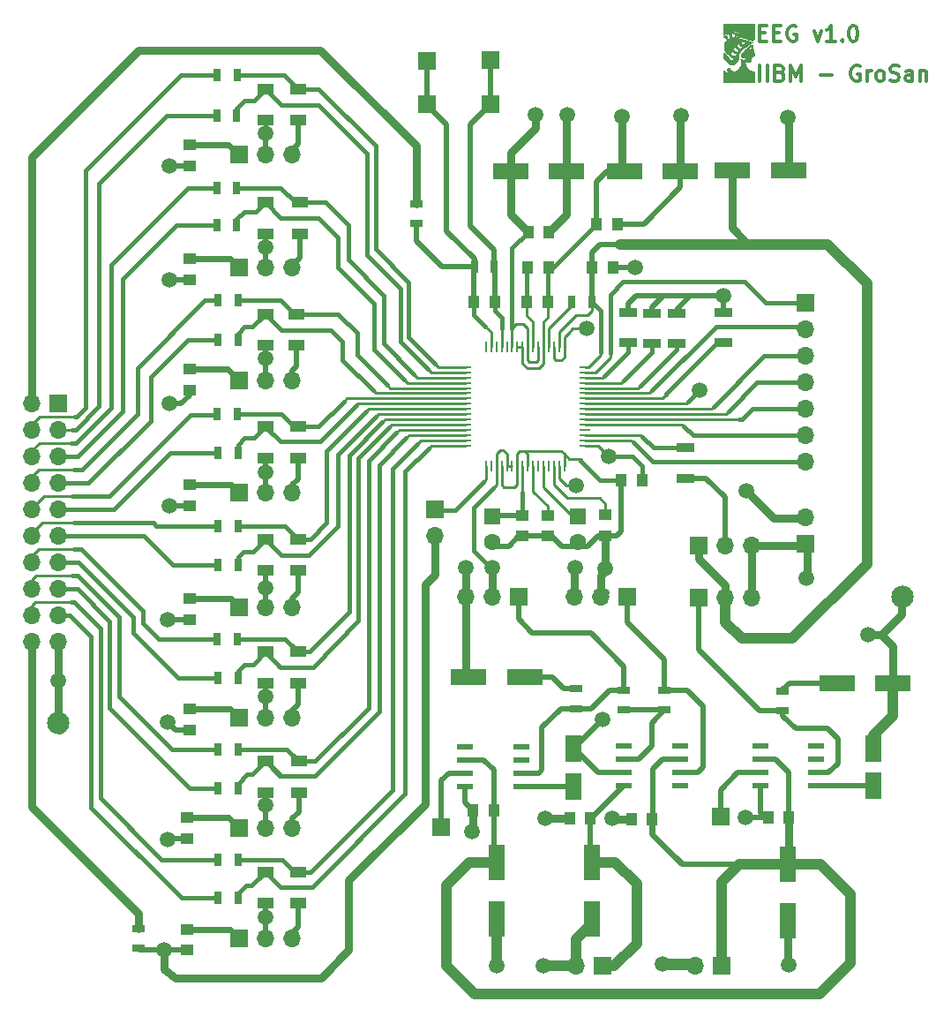
<source format=gbr>
G04 #@! TF.FileFunction,Copper,L1,Top,Signal*
%FSLAX46Y46*%
G04 Gerber Fmt 4.6, Leading zero omitted, Abs format (unit mm)*
G04 Created by KiCad (PCBNEW 4.0.6) date 07/13/17 01:13:57*
%MOMM*%
%LPD*%
G01*
G04 APERTURE LIST*
%ADD10C,0.100000*%
%ADD11C,0.300000*%
%ADD12C,0.010000*%
%ADD13R,3.500000X1.600000*%
%ADD14R,1.000000X0.250000*%
%ADD15R,0.250000X1.000000*%
%ADD16R,1.700000X1.700000*%
%ADD17O,1.700000X1.700000*%
%ADD18R,1.000000X1.250000*%
%ADD19R,1.550000X0.600000*%
%ADD20R,1.250000X1.000000*%
%ADD21R,0.700000X1.300000*%
%ADD22R,1.300000X0.700000*%
%ADD23R,1.600000X3.500000*%
%ADD24R,1.600000X2.600000*%
%ADD25R,1.600000X1.000000*%
%ADD26R,1.700000X0.900000*%
%ADD27R,1.600000X1.600000*%
%ADD28C,1.600000*%
%ADD29C,2.143000*%
%ADD30C,1.500000*%
%ADD31C,0.381000*%
%ADD32C,0.508000*%
%ADD33C,0.200000*%
%ADD34C,1.016000*%
%ADD35C,0.762000*%
%ADD36C,0.254000*%
%ADD37C,0.248920*%
%ADD38C,0.250000*%
%ADD39C,0.304000*%
%ADD40C,0.609600*%
%ADD41C,0.304800*%
G04 APERTURE END LIST*
D10*
D11*
X188278572Y-31666571D02*
X188278572Y-30166571D01*
X188992858Y-31666571D02*
X188992858Y-30166571D01*
X190207144Y-30880857D02*
X190421430Y-30952286D01*
X190492858Y-31023714D01*
X190564287Y-31166571D01*
X190564287Y-31380857D01*
X190492858Y-31523714D01*
X190421430Y-31595143D01*
X190278572Y-31666571D01*
X189707144Y-31666571D01*
X189707144Y-30166571D01*
X190207144Y-30166571D01*
X190350001Y-30238000D01*
X190421430Y-30309429D01*
X190492858Y-30452286D01*
X190492858Y-30595143D01*
X190421430Y-30738000D01*
X190350001Y-30809429D01*
X190207144Y-30880857D01*
X189707144Y-30880857D01*
X191207144Y-31666571D02*
X191207144Y-30166571D01*
X191707144Y-31238000D01*
X192207144Y-30166571D01*
X192207144Y-31666571D01*
X194064287Y-31095143D02*
X195207144Y-31095143D01*
X197850001Y-30238000D02*
X197707144Y-30166571D01*
X197492858Y-30166571D01*
X197278573Y-30238000D01*
X197135715Y-30380857D01*
X197064287Y-30523714D01*
X196992858Y-30809429D01*
X196992858Y-31023714D01*
X197064287Y-31309429D01*
X197135715Y-31452286D01*
X197278573Y-31595143D01*
X197492858Y-31666571D01*
X197635715Y-31666571D01*
X197850001Y-31595143D01*
X197921430Y-31523714D01*
X197921430Y-31023714D01*
X197635715Y-31023714D01*
X198564287Y-31666571D02*
X198564287Y-30666571D01*
X198564287Y-30952286D02*
X198635715Y-30809429D01*
X198707144Y-30738000D01*
X198850001Y-30666571D01*
X198992858Y-30666571D01*
X199707144Y-31666571D02*
X199564286Y-31595143D01*
X199492858Y-31523714D01*
X199421429Y-31380857D01*
X199421429Y-30952286D01*
X199492858Y-30809429D01*
X199564286Y-30738000D01*
X199707144Y-30666571D01*
X199921429Y-30666571D01*
X200064286Y-30738000D01*
X200135715Y-30809429D01*
X200207144Y-30952286D01*
X200207144Y-31380857D01*
X200135715Y-31523714D01*
X200064286Y-31595143D01*
X199921429Y-31666571D01*
X199707144Y-31666571D01*
X200778572Y-31595143D02*
X200992858Y-31666571D01*
X201350001Y-31666571D01*
X201492858Y-31595143D01*
X201564287Y-31523714D01*
X201635715Y-31380857D01*
X201635715Y-31238000D01*
X201564287Y-31095143D01*
X201492858Y-31023714D01*
X201350001Y-30952286D01*
X201064287Y-30880857D01*
X200921429Y-30809429D01*
X200850001Y-30738000D01*
X200778572Y-30595143D01*
X200778572Y-30452286D01*
X200850001Y-30309429D01*
X200921429Y-30238000D01*
X201064287Y-30166571D01*
X201421429Y-30166571D01*
X201635715Y-30238000D01*
X202921429Y-31666571D02*
X202921429Y-30880857D01*
X202850000Y-30738000D01*
X202707143Y-30666571D01*
X202421429Y-30666571D01*
X202278572Y-30738000D01*
X202921429Y-31595143D02*
X202778572Y-31666571D01*
X202421429Y-31666571D01*
X202278572Y-31595143D01*
X202207143Y-31452286D01*
X202207143Y-31309429D01*
X202278572Y-31166571D01*
X202421429Y-31095143D01*
X202778572Y-31095143D01*
X202921429Y-31023714D01*
X203635715Y-30666571D02*
X203635715Y-31666571D01*
X203635715Y-30809429D02*
X203707143Y-30738000D01*
X203850001Y-30666571D01*
X204064286Y-30666571D01*
X204207143Y-30738000D01*
X204278572Y-30880857D01*
X204278572Y-31666571D01*
X188234429Y-27070857D02*
X188734429Y-27070857D01*
X188948715Y-27856571D02*
X188234429Y-27856571D01*
X188234429Y-26356571D01*
X188948715Y-26356571D01*
X189591572Y-27070857D02*
X190091572Y-27070857D01*
X190305858Y-27856571D02*
X189591572Y-27856571D01*
X189591572Y-26356571D01*
X190305858Y-26356571D01*
X191734429Y-26428000D02*
X191591572Y-26356571D01*
X191377286Y-26356571D01*
X191163001Y-26428000D01*
X191020143Y-26570857D01*
X190948715Y-26713714D01*
X190877286Y-26999429D01*
X190877286Y-27213714D01*
X190948715Y-27499429D01*
X191020143Y-27642286D01*
X191163001Y-27785143D01*
X191377286Y-27856571D01*
X191520143Y-27856571D01*
X191734429Y-27785143D01*
X191805858Y-27713714D01*
X191805858Y-27213714D01*
X191520143Y-27213714D01*
X193448715Y-26856571D02*
X193805858Y-27856571D01*
X194163000Y-26856571D01*
X195520143Y-27856571D02*
X194663000Y-27856571D01*
X195091572Y-27856571D02*
X195091572Y-26356571D01*
X194948715Y-26570857D01*
X194805857Y-26713714D01*
X194663000Y-26785143D01*
X196163000Y-27713714D02*
X196234428Y-27785143D01*
X196163000Y-27856571D01*
X196091571Y-27785143D01*
X196163000Y-27713714D01*
X196163000Y-27856571D01*
X197163000Y-26356571D02*
X197305857Y-26356571D01*
X197448714Y-26428000D01*
X197520143Y-26499429D01*
X197591572Y-26642286D01*
X197663000Y-26928000D01*
X197663000Y-27285143D01*
X197591572Y-27570857D01*
X197520143Y-27713714D01*
X197448714Y-27785143D01*
X197305857Y-27856571D01*
X197163000Y-27856571D01*
X197020143Y-27785143D01*
X196948714Y-27713714D01*
X196877286Y-27570857D01*
X196805857Y-27285143D01*
X196805857Y-26928000D01*
X196877286Y-26642286D01*
X196948714Y-26499429D01*
X197020143Y-26428000D01*
X197163000Y-26356571D01*
D12*
G36*
X187569169Y-28487718D02*
X187581225Y-28506594D01*
X187597265Y-28551893D01*
X187615125Y-28616659D01*
X187631364Y-28687738D01*
X187653188Y-28785990D01*
X187679009Y-28892319D01*
X187704824Y-28990587D01*
X187717943Y-29036616D01*
X187741184Y-29121784D01*
X187750153Y-29180094D01*
X187743088Y-29216476D01*
X187718227Y-29235864D01*
X187673809Y-29243188D01*
X187643907Y-29243867D01*
X187577223Y-29251038D01*
X187539175Y-29274881D01*
X187524973Y-29318892D01*
X187524571Y-29330960D01*
X187512859Y-29374155D01*
X187491165Y-29399540D01*
X187456085Y-29431233D01*
X187431981Y-29476320D01*
X187415572Y-29542595D01*
X187407853Y-29597505D01*
X187388866Y-29693569D01*
X187355078Y-29762112D01*
X187302406Y-29806023D01*
X187226767Y-29828193D01*
X187124077Y-29831513D01*
X187081153Y-29828770D01*
X186980250Y-29820390D01*
X186910138Y-29815308D01*
X186865397Y-29814613D01*
X186840611Y-29819394D01*
X186830361Y-29830741D01*
X186829228Y-29849741D01*
X186831795Y-29877485D01*
X186831904Y-29878867D01*
X186846974Y-29972188D01*
X186876844Y-30081291D01*
X186917244Y-30193150D01*
X186963901Y-30294736D01*
X186974884Y-30314951D01*
X187059253Y-30432545D01*
X187171724Y-30541397D01*
X187304286Y-30636067D01*
X187448927Y-30711117D01*
X187597637Y-30761108D01*
X187647036Y-30771315D01*
X187760428Y-30790778D01*
X187760428Y-31733067D01*
X184785000Y-31733067D01*
X184785068Y-31170034D01*
X184785133Y-31017415D01*
X184785423Y-30895583D01*
X184786141Y-30801461D01*
X184787492Y-30731968D01*
X184789678Y-30684025D01*
X184792904Y-30654555D01*
X184797373Y-30640476D01*
X184803288Y-30638711D01*
X184810854Y-30646181D01*
X184818940Y-30657800D01*
X184885037Y-30734917D01*
X184962417Y-30788758D01*
X184990288Y-30800606D01*
X185040805Y-30812270D01*
X185100656Y-30817709D01*
X185157446Y-30816854D01*
X185198785Y-30809637D01*
X185211291Y-30801833D01*
X185208031Y-30779368D01*
X185186747Y-30742501D01*
X185173834Y-30725525D01*
X185128109Y-30644698D01*
X185116954Y-30559489D01*
X185140773Y-30474993D01*
X185152227Y-30454600D01*
X185191515Y-30404685D01*
X185230389Y-30385595D01*
X185272044Y-30397740D01*
X185319675Y-30441531D01*
X185350129Y-30480000D01*
X185450107Y-30593522D01*
X185557402Y-30674086D01*
X185670473Y-30721577D01*
X185787780Y-30735879D01*
X185907779Y-30716877D01*
X186028930Y-30664454D01*
X186149691Y-30578495D01*
X186188971Y-30542962D01*
X186309517Y-30405246D01*
X186400565Y-30251706D01*
X186443341Y-30142493D01*
X186461907Y-30054773D01*
X186470586Y-29949948D01*
X186469322Y-29841603D01*
X186458055Y-29743327D01*
X186445268Y-29691058D01*
X186429913Y-29643173D01*
X186420033Y-29611125D01*
X186418053Y-29603700D01*
X186432451Y-29598218D01*
X186467579Y-29601508D01*
X186509866Y-29611305D01*
X186544857Y-29624867D01*
X186616705Y-29646908D01*
X186694026Y-29645169D01*
X186761553Y-29620334D01*
X186769702Y-29614800D01*
X186809348Y-29575841D01*
X186847785Y-29522640D01*
X186877139Y-29467837D01*
X186889538Y-29424072D01*
X186889571Y-29422341D01*
X186876671Y-29400775D01*
X186849260Y-29398006D01*
X186824827Y-29415079D01*
X186798729Y-29425553D01*
X186743071Y-29428363D01*
X186706508Y-29426744D01*
X186621173Y-29413896D01*
X186560383Y-29384624D01*
X186513974Y-29332384D01*
X186488265Y-29286200D01*
X186458786Y-29192233D01*
X186464807Y-29103907D01*
X186505829Y-29022600D01*
X186581357Y-28949688D01*
X186618932Y-28924511D01*
X186693022Y-28866126D01*
X186747934Y-28796605D01*
X186777413Y-28724840D01*
X186780714Y-28694598D01*
X186797310Y-28649192D01*
X186823517Y-28625805D01*
X186869472Y-28606550D01*
X186939749Y-28586926D01*
X187022511Y-28569382D01*
X187105919Y-28556368D01*
X187178136Y-28550335D01*
X187188928Y-28550179D01*
X187261500Y-28550171D01*
X187198000Y-28587985D01*
X187134500Y-28625800D01*
X187188316Y-28631512D01*
X187239524Y-28648186D01*
X187282699Y-28678078D01*
X187316206Y-28706320D01*
X187341929Y-28718893D01*
X187342846Y-28718934D01*
X187355678Y-28716371D01*
X187366041Y-28703947D01*
X187377307Y-28674558D01*
X187392851Y-28621102D01*
X187397744Y-28603353D01*
X187416927Y-28552568D01*
X187446099Y-28522395D01*
X187482401Y-28504933D01*
X187529758Y-28490486D01*
X187564775Y-28486768D01*
X187569169Y-28487718D01*
X187569169Y-28487718D01*
G37*
X187569169Y-28487718D02*
X187581225Y-28506594D01*
X187597265Y-28551893D01*
X187615125Y-28616659D01*
X187631364Y-28687738D01*
X187653188Y-28785990D01*
X187679009Y-28892319D01*
X187704824Y-28990587D01*
X187717943Y-29036616D01*
X187741184Y-29121784D01*
X187750153Y-29180094D01*
X187743088Y-29216476D01*
X187718227Y-29235864D01*
X187673809Y-29243188D01*
X187643907Y-29243867D01*
X187577223Y-29251038D01*
X187539175Y-29274881D01*
X187524973Y-29318892D01*
X187524571Y-29330960D01*
X187512859Y-29374155D01*
X187491165Y-29399540D01*
X187456085Y-29431233D01*
X187431981Y-29476320D01*
X187415572Y-29542595D01*
X187407853Y-29597505D01*
X187388866Y-29693569D01*
X187355078Y-29762112D01*
X187302406Y-29806023D01*
X187226767Y-29828193D01*
X187124077Y-29831513D01*
X187081153Y-29828770D01*
X186980250Y-29820390D01*
X186910138Y-29815308D01*
X186865397Y-29814613D01*
X186840611Y-29819394D01*
X186830361Y-29830741D01*
X186829228Y-29849741D01*
X186831795Y-29877485D01*
X186831904Y-29878867D01*
X186846974Y-29972188D01*
X186876844Y-30081291D01*
X186917244Y-30193150D01*
X186963901Y-30294736D01*
X186974884Y-30314951D01*
X187059253Y-30432545D01*
X187171724Y-30541397D01*
X187304286Y-30636067D01*
X187448927Y-30711117D01*
X187597637Y-30761108D01*
X187647036Y-30771315D01*
X187760428Y-30790778D01*
X187760428Y-31733067D01*
X184785000Y-31733067D01*
X184785068Y-31170034D01*
X184785133Y-31017415D01*
X184785423Y-30895583D01*
X184786141Y-30801461D01*
X184787492Y-30731968D01*
X184789678Y-30684025D01*
X184792904Y-30654555D01*
X184797373Y-30640476D01*
X184803288Y-30638711D01*
X184810854Y-30646181D01*
X184818940Y-30657800D01*
X184885037Y-30734917D01*
X184962417Y-30788758D01*
X184990288Y-30800606D01*
X185040805Y-30812270D01*
X185100656Y-30817709D01*
X185157446Y-30816854D01*
X185198785Y-30809637D01*
X185211291Y-30801833D01*
X185208031Y-30779368D01*
X185186747Y-30742501D01*
X185173834Y-30725525D01*
X185128109Y-30644698D01*
X185116954Y-30559489D01*
X185140773Y-30474993D01*
X185152227Y-30454600D01*
X185191515Y-30404685D01*
X185230389Y-30385595D01*
X185272044Y-30397740D01*
X185319675Y-30441531D01*
X185350129Y-30480000D01*
X185450107Y-30593522D01*
X185557402Y-30674086D01*
X185670473Y-30721577D01*
X185787780Y-30735879D01*
X185907779Y-30716877D01*
X186028930Y-30664454D01*
X186149691Y-30578495D01*
X186188971Y-30542962D01*
X186309517Y-30405246D01*
X186400565Y-30251706D01*
X186443341Y-30142493D01*
X186461907Y-30054773D01*
X186470586Y-29949948D01*
X186469322Y-29841603D01*
X186458055Y-29743327D01*
X186445268Y-29691058D01*
X186429913Y-29643173D01*
X186420033Y-29611125D01*
X186418053Y-29603700D01*
X186432451Y-29598218D01*
X186467579Y-29601508D01*
X186509866Y-29611305D01*
X186544857Y-29624867D01*
X186616705Y-29646908D01*
X186694026Y-29645169D01*
X186761553Y-29620334D01*
X186769702Y-29614800D01*
X186809348Y-29575841D01*
X186847785Y-29522640D01*
X186877139Y-29467837D01*
X186889538Y-29424072D01*
X186889571Y-29422341D01*
X186876671Y-29400775D01*
X186849260Y-29398006D01*
X186824827Y-29415079D01*
X186798729Y-29425553D01*
X186743071Y-29428363D01*
X186706508Y-29426744D01*
X186621173Y-29413896D01*
X186560383Y-29384624D01*
X186513974Y-29332384D01*
X186488265Y-29286200D01*
X186458786Y-29192233D01*
X186464807Y-29103907D01*
X186505829Y-29022600D01*
X186581357Y-28949688D01*
X186618932Y-28924511D01*
X186693022Y-28866126D01*
X186747934Y-28796605D01*
X186777413Y-28724840D01*
X186780714Y-28694598D01*
X186797310Y-28649192D01*
X186823517Y-28625805D01*
X186869472Y-28606550D01*
X186939749Y-28586926D01*
X187022511Y-28569382D01*
X187105919Y-28556368D01*
X187178136Y-28550335D01*
X187188928Y-28550179D01*
X187261500Y-28550171D01*
X187198000Y-28587985D01*
X187134500Y-28625800D01*
X187188316Y-28631512D01*
X187239524Y-28648186D01*
X187282699Y-28678078D01*
X187316206Y-28706320D01*
X187341929Y-28718893D01*
X187342846Y-28718934D01*
X187355678Y-28716371D01*
X187366041Y-28703947D01*
X187377307Y-28674558D01*
X187392851Y-28621102D01*
X187397744Y-28603353D01*
X187416927Y-28552568D01*
X187446099Y-28522395D01*
X187482401Y-28504933D01*
X187529758Y-28490486D01*
X187564775Y-28486768D01*
X187569169Y-28487718D01*
G36*
X187760428Y-27613632D02*
X187668206Y-27694145D01*
X187618772Y-27736209D01*
X187583959Y-27759393D01*
X187552007Y-27768067D01*
X187511153Y-27766602D01*
X187482242Y-27763254D01*
X187406188Y-27749194D01*
X187304875Y-27723395D01*
X187186030Y-27688227D01*
X187057382Y-27646058D01*
X186926659Y-27599257D01*
X186846409Y-27568339D01*
X186671998Y-27505097D01*
X186524350Y-27464620D01*
X186403340Y-27446935D01*
X186308841Y-27452066D01*
X186240727Y-27480040D01*
X186198872Y-27530882D01*
X186183151Y-27604618D01*
X186193350Y-27700866D01*
X186204700Y-27753832D01*
X186275045Y-27694516D01*
X186310599Y-27667218D01*
X186346660Y-27647359D01*
X186387077Y-27635455D01*
X186435699Y-27632020D01*
X186496375Y-27637567D01*
X186572954Y-27652610D01*
X186669284Y-27677664D01*
X186789214Y-27713242D01*
X186936594Y-27759860D01*
X187057001Y-27798959D01*
X187184092Y-27840630D01*
X187299112Y-27878635D01*
X187397872Y-27911567D01*
X187476186Y-27938017D01*
X187529864Y-27956580D01*
X187554721Y-27965848D01*
X187555930Y-27966606D01*
X187540394Y-27976416D01*
X187498131Y-28002795D01*
X187432637Y-28043568D01*
X187347407Y-28096562D01*
X187245937Y-28159603D01*
X187131722Y-28230518D01*
X187034714Y-28290719D01*
X186909627Y-28369075D01*
X186791994Y-28444180D01*
X186685843Y-28513353D01*
X186595203Y-28573915D01*
X186524102Y-28623185D01*
X186476568Y-28658483D01*
X186459573Y-28673338D01*
X186420633Y-28725939D01*
X186393845Y-28782522D01*
X186389501Y-28799005D01*
X186362655Y-28880770D01*
X186316356Y-28936516D01*
X186278096Y-28959159D01*
X186243837Y-28978525D01*
X186230765Y-28994104D01*
X186230785Y-28994226D01*
X186233306Y-29015985D01*
X186237919Y-29062749D01*
X186243772Y-29125769D01*
X186245882Y-29149218D01*
X186245659Y-29330851D01*
X186212875Y-29503799D01*
X186148838Y-29664531D01*
X186054857Y-29809514D01*
X185965894Y-29905431D01*
X185837130Y-30009666D01*
X185711143Y-30080144D01*
X185587901Y-30116874D01*
X185467377Y-30119864D01*
X185349541Y-30089122D01*
X185338357Y-30084391D01*
X185245293Y-30029127D01*
X185154177Y-29948674D01*
X185073162Y-29851209D01*
X185020737Y-29765782D01*
X184976062Y-29693707D01*
X184918643Y-29619295D01*
X184876445Y-29574067D01*
X184787682Y-29489400D01*
X184778862Y-29265411D01*
X184774900Y-29156795D01*
X184773784Y-29078694D01*
X184776904Y-29027786D01*
X184785652Y-29000746D01*
X184801419Y-28994251D01*
X184825594Y-29004978D01*
X184859570Y-29029603D01*
X184873120Y-29040174D01*
X184930865Y-29085082D01*
X185001561Y-29139599D01*
X185069988Y-29191986D01*
X185070532Y-29192400D01*
X185146441Y-29254970D01*
X185196753Y-29310304D01*
X185227735Y-29367374D01*
X185245651Y-29435151D01*
X185247422Y-29445685D01*
X185259280Y-29498486D01*
X185274541Y-29540603D01*
X185279101Y-29548717D01*
X185329591Y-29595297D01*
X185402183Y-29627225D01*
X185485130Y-29642053D01*
X185566687Y-29637335D01*
X185619571Y-29619651D01*
X185678202Y-29575671D01*
X185727309Y-29513550D01*
X185758208Y-29446054D01*
X185764416Y-29406740D01*
X185764714Y-29357946D01*
X185628643Y-29366097D01*
X185559020Y-29369463D01*
X185518102Y-29368402D01*
X185498472Y-29361703D01*
X185492713Y-29348159D01*
X185492571Y-29343923D01*
X185483575Y-29312573D01*
X185474428Y-29303133D01*
X185458828Y-29279091D01*
X185456286Y-29262033D01*
X185439358Y-29234708D01*
X185389572Y-29197660D01*
X185334287Y-29165665D01*
X185181307Y-29065911D01*
X185140718Y-29028195D01*
X185481125Y-29028195D01*
X185508674Y-29112933D01*
X185563072Y-29184732D01*
X185636495Y-29227893D01*
X185728149Y-29242144D01*
X185837240Y-29227215D01*
X185841273Y-29226184D01*
X185901164Y-29201460D01*
X185959326Y-29162501D01*
X186006561Y-29117266D01*
X186033672Y-29073715D01*
X186036857Y-29056934D01*
X186021471Y-29005864D01*
X185979839Y-28971380D01*
X185918753Y-28956063D01*
X185845003Y-28962489D01*
X185812945Y-28971914D01*
X185778771Y-28979324D01*
X185762530Y-28964121D01*
X185757730Y-28949265D01*
X185728731Y-28888364D01*
X185683830Y-28844923D01*
X185630753Y-28821754D01*
X185577224Y-28821668D01*
X185530967Y-28847478D01*
X185518570Y-28862222D01*
X185484073Y-28940873D01*
X185481125Y-29028195D01*
X185140718Y-29028195D01*
X185053958Y-28947579D01*
X184952826Y-28814389D01*
X184878498Y-28670062D01*
X184869436Y-28640764D01*
X185727747Y-28640764D01*
X185740033Y-28710615D01*
X185767711Y-28760977D01*
X185833483Y-28813393D01*
X185919394Y-28845156D01*
X186015347Y-28854336D01*
X186111245Y-28839002D01*
X186134179Y-28831052D01*
X186180599Y-28805121D01*
X186225958Y-28767778D01*
X186260053Y-28728756D01*
X186272714Y-28698947D01*
X186260980Y-28677593D01*
X186232316Y-28645889D01*
X186228182Y-28641964D01*
X186184080Y-28612343D01*
X186127770Y-28601047D01*
X186103336Y-28600400D01*
X186054028Y-28598864D01*
X186027734Y-28588370D01*
X186012733Y-28560088D01*
X186002538Y-28524476D01*
X185972579Y-28456980D01*
X185928371Y-28414780D01*
X185874454Y-28401204D01*
X185842456Y-28407093D01*
X185793121Y-28440089D01*
X185756251Y-28496220D01*
X185733806Y-28566205D01*
X185727747Y-28640764D01*
X184869436Y-28640764D01*
X184831558Y-28518318D01*
X184812593Y-28362878D01*
X184816887Y-28293321D01*
X186036857Y-28293321D01*
X186049777Y-28362317D01*
X186083248Y-28427532D01*
X186117132Y-28463874D01*
X186196038Y-28504753D01*
X186290924Y-28523233D01*
X186390085Y-28518810D01*
X186481814Y-28490976D01*
X186501885Y-28480491D01*
X186555244Y-28436296D01*
X186576109Y-28388781D01*
X186566952Y-28343670D01*
X186530247Y-28306689D01*
X186468467Y-28283561D01*
X186414695Y-28278667D01*
X186362200Y-28277467D01*
X186336461Y-28270123D01*
X186327951Y-28251015D01*
X186327143Y-28227026D01*
X186315519Y-28157286D01*
X186284404Y-28103893D01*
X186239433Y-28071714D01*
X186186239Y-28065615D01*
X186152805Y-28076456D01*
X186112297Y-28111160D01*
X186075019Y-28167091D01*
X186047648Y-28231760D01*
X186036859Y-28292681D01*
X186036857Y-28293321D01*
X184816887Y-28293321D01*
X184822188Y-28207462D01*
X184860929Y-28055790D01*
X184865270Y-28046647D01*
X186436245Y-28046647D01*
X186440346Y-28110028D01*
X186447012Y-28133349D01*
X186472621Y-28152157D01*
X186522834Y-28159000D01*
X186588229Y-28153663D01*
X186653086Y-28138011D01*
X186722859Y-28098645D01*
X186772152Y-28035232D01*
X186796809Y-27953969D01*
X186798857Y-27920563D01*
X186798857Y-27838400D01*
X186679736Y-27838400D01*
X186593824Y-27841873D01*
X186535049Y-27854528D01*
X186494802Y-27879721D01*
X186464475Y-27920808D01*
X186463402Y-27922728D01*
X186444391Y-27978306D01*
X186436245Y-28046647D01*
X184865270Y-28046647D01*
X184929402Y-27911584D01*
X185028192Y-27778563D01*
X185104166Y-27704000D01*
X185241002Y-27602654D01*
X185386458Y-27531638D01*
X185544873Y-27489581D01*
X185720584Y-27475113D01*
X185819143Y-27477969D01*
X185884159Y-27480867D01*
X185927100Y-27476911D01*
X185962054Y-27462056D01*
X186003107Y-27432260D01*
X186017014Y-27421168D01*
X186108590Y-27333835D01*
X186169736Y-27244219D01*
X186198191Y-27155939D01*
X186200023Y-27128118D01*
X186184099Y-27039147D01*
X186139137Y-26968019D01*
X186068900Y-26918099D01*
X185977153Y-26892753D01*
X185933928Y-26890245D01*
X185845236Y-26902318D01*
X185775273Y-26940635D01*
X185719768Y-27007992D01*
X185701224Y-27042514D01*
X185667482Y-27112351D01*
X185648062Y-27056862D01*
X185618139Y-27008218D01*
X185570367Y-26964554D01*
X185565143Y-26961114D01*
X185488914Y-26931468D01*
X185405329Y-26928851D01*
X185322073Y-26949622D01*
X185246832Y-26990143D01*
X185187291Y-27046771D01*
X185151136Y-27115867D01*
X185143895Y-27160645D01*
X185142089Y-27196530D01*
X185139903Y-27211859D01*
X185139861Y-27211867D01*
X185123839Y-27204954D01*
X185086312Y-27187516D01*
X185066214Y-27178000D01*
X184990394Y-27153165D01*
X184910233Y-27144767D01*
X184840332Y-27153775D01*
X184820093Y-27161663D01*
X184809901Y-27165752D01*
X184801901Y-27164308D01*
X184795828Y-27153810D01*
X184791416Y-27130738D01*
X184788402Y-27091571D01*
X184786518Y-27032790D01*
X184785500Y-26950874D01*
X184785082Y-26842303D01*
X184785000Y-26703556D01*
X184785000Y-26212800D01*
X187760428Y-26212800D01*
X187760428Y-27613632D01*
X187760428Y-27613632D01*
G37*
X187760428Y-27613632D02*
X187668206Y-27694145D01*
X187618772Y-27736209D01*
X187583959Y-27759393D01*
X187552007Y-27768067D01*
X187511153Y-27766602D01*
X187482242Y-27763254D01*
X187406188Y-27749194D01*
X187304875Y-27723395D01*
X187186030Y-27688227D01*
X187057382Y-27646058D01*
X186926659Y-27599257D01*
X186846409Y-27568339D01*
X186671998Y-27505097D01*
X186524350Y-27464620D01*
X186403340Y-27446935D01*
X186308841Y-27452066D01*
X186240727Y-27480040D01*
X186198872Y-27530882D01*
X186183151Y-27604618D01*
X186193350Y-27700866D01*
X186204700Y-27753832D01*
X186275045Y-27694516D01*
X186310599Y-27667218D01*
X186346660Y-27647359D01*
X186387077Y-27635455D01*
X186435699Y-27632020D01*
X186496375Y-27637567D01*
X186572954Y-27652610D01*
X186669284Y-27677664D01*
X186789214Y-27713242D01*
X186936594Y-27759860D01*
X187057001Y-27798959D01*
X187184092Y-27840630D01*
X187299112Y-27878635D01*
X187397872Y-27911567D01*
X187476186Y-27938017D01*
X187529864Y-27956580D01*
X187554721Y-27965848D01*
X187555930Y-27966606D01*
X187540394Y-27976416D01*
X187498131Y-28002795D01*
X187432637Y-28043568D01*
X187347407Y-28096562D01*
X187245937Y-28159603D01*
X187131722Y-28230518D01*
X187034714Y-28290719D01*
X186909627Y-28369075D01*
X186791994Y-28444180D01*
X186685843Y-28513353D01*
X186595203Y-28573915D01*
X186524102Y-28623185D01*
X186476568Y-28658483D01*
X186459573Y-28673338D01*
X186420633Y-28725939D01*
X186393845Y-28782522D01*
X186389501Y-28799005D01*
X186362655Y-28880770D01*
X186316356Y-28936516D01*
X186278096Y-28959159D01*
X186243837Y-28978525D01*
X186230765Y-28994104D01*
X186230785Y-28994226D01*
X186233306Y-29015985D01*
X186237919Y-29062749D01*
X186243772Y-29125769D01*
X186245882Y-29149218D01*
X186245659Y-29330851D01*
X186212875Y-29503799D01*
X186148838Y-29664531D01*
X186054857Y-29809514D01*
X185965894Y-29905431D01*
X185837130Y-30009666D01*
X185711143Y-30080144D01*
X185587901Y-30116874D01*
X185467377Y-30119864D01*
X185349541Y-30089122D01*
X185338357Y-30084391D01*
X185245293Y-30029127D01*
X185154177Y-29948674D01*
X185073162Y-29851209D01*
X185020737Y-29765782D01*
X184976062Y-29693707D01*
X184918643Y-29619295D01*
X184876445Y-29574067D01*
X184787682Y-29489400D01*
X184778862Y-29265411D01*
X184774900Y-29156795D01*
X184773784Y-29078694D01*
X184776904Y-29027786D01*
X184785652Y-29000746D01*
X184801419Y-28994251D01*
X184825594Y-29004978D01*
X184859570Y-29029603D01*
X184873120Y-29040174D01*
X184930865Y-29085082D01*
X185001561Y-29139599D01*
X185069988Y-29191986D01*
X185070532Y-29192400D01*
X185146441Y-29254970D01*
X185196753Y-29310304D01*
X185227735Y-29367374D01*
X185245651Y-29435151D01*
X185247422Y-29445685D01*
X185259280Y-29498486D01*
X185274541Y-29540603D01*
X185279101Y-29548717D01*
X185329591Y-29595297D01*
X185402183Y-29627225D01*
X185485130Y-29642053D01*
X185566687Y-29637335D01*
X185619571Y-29619651D01*
X185678202Y-29575671D01*
X185727309Y-29513550D01*
X185758208Y-29446054D01*
X185764416Y-29406740D01*
X185764714Y-29357946D01*
X185628643Y-29366097D01*
X185559020Y-29369463D01*
X185518102Y-29368402D01*
X185498472Y-29361703D01*
X185492713Y-29348159D01*
X185492571Y-29343923D01*
X185483575Y-29312573D01*
X185474428Y-29303133D01*
X185458828Y-29279091D01*
X185456286Y-29262033D01*
X185439358Y-29234708D01*
X185389572Y-29197660D01*
X185334287Y-29165665D01*
X185181307Y-29065911D01*
X185140718Y-29028195D01*
X185481125Y-29028195D01*
X185508674Y-29112933D01*
X185563072Y-29184732D01*
X185636495Y-29227893D01*
X185728149Y-29242144D01*
X185837240Y-29227215D01*
X185841273Y-29226184D01*
X185901164Y-29201460D01*
X185959326Y-29162501D01*
X186006561Y-29117266D01*
X186033672Y-29073715D01*
X186036857Y-29056934D01*
X186021471Y-29005864D01*
X185979839Y-28971380D01*
X185918753Y-28956063D01*
X185845003Y-28962489D01*
X185812945Y-28971914D01*
X185778771Y-28979324D01*
X185762530Y-28964121D01*
X185757730Y-28949265D01*
X185728731Y-28888364D01*
X185683830Y-28844923D01*
X185630753Y-28821754D01*
X185577224Y-28821668D01*
X185530967Y-28847478D01*
X185518570Y-28862222D01*
X185484073Y-28940873D01*
X185481125Y-29028195D01*
X185140718Y-29028195D01*
X185053958Y-28947579D01*
X184952826Y-28814389D01*
X184878498Y-28670062D01*
X184869436Y-28640764D01*
X185727747Y-28640764D01*
X185740033Y-28710615D01*
X185767711Y-28760977D01*
X185833483Y-28813393D01*
X185919394Y-28845156D01*
X186015347Y-28854336D01*
X186111245Y-28839002D01*
X186134179Y-28831052D01*
X186180599Y-28805121D01*
X186225958Y-28767778D01*
X186260053Y-28728756D01*
X186272714Y-28698947D01*
X186260980Y-28677593D01*
X186232316Y-28645889D01*
X186228182Y-28641964D01*
X186184080Y-28612343D01*
X186127770Y-28601047D01*
X186103336Y-28600400D01*
X186054028Y-28598864D01*
X186027734Y-28588370D01*
X186012733Y-28560088D01*
X186002538Y-28524476D01*
X185972579Y-28456980D01*
X185928371Y-28414780D01*
X185874454Y-28401204D01*
X185842456Y-28407093D01*
X185793121Y-28440089D01*
X185756251Y-28496220D01*
X185733806Y-28566205D01*
X185727747Y-28640764D01*
X184869436Y-28640764D01*
X184831558Y-28518318D01*
X184812593Y-28362878D01*
X184816887Y-28293321D01*
X186036857Y-28293321D01*
X186049777Y-28362317D01*
X186083248Y-28427532D01*
X186117132Y-28463874D01*
X186196038Y-28504753D01*
X186290924Y-28523233D01*
X186390085Y-28518810D01*
X186481814Y-28490976D01*
X186501885Y-28480491D01*
X186555244Y-28436296D01*
X186576109Y-28388781D01*
X186566952Y-28343670D01*
X186530247Y-28306689D01*
X186468467Y-28283561D01*
X186414695Y-28278667D01*
X186362200Y-28277467D01*
X186336461Y-28270123D01*
X186327951Y-28251015D01*
X186327143Y-28227026D01*
X186315519Y-28157286D01*
X186284404Y-28103893D01*
X186239433Y-28071714D01*
X186186239Y-28065615D01*
X186152805Y-28076456D01*
X186112297Y-28111160D01*
X186075019Y-28167091D01*
X186047648Y-28231760D01*
X186036859Y-28292681D01*
X186036857Y-28293321D01*
X184816887Y-28293321D01*
X184822188Y-28207462D01*
X184860929Y-28055790D01*
X184865270Y-28046647D01*
X186436245Y-28046647D01*
X186440346Y-28110028D01*
X186447012Y-28133349D01*
X186472621Y-28152157D01*
X186522834Y-28159000D01*
X186588229Y-28153663D01*
X186653086Y-28138011D01*
X186722859Y-28098645D01*
X186772152Y-28035232D01*
X186796809Y-27953969D01*
X186798857Y-27920563D01*
X186798857Y-27838400D01*
X186679736Y-27838400D01*
X186593824Y-27841873D01*
X186535049Y-27854528D01*
X186494802Y-27879721D01*
X186464475Y-27920808D01*
X186463402Y-27922728D01*
X186444391Y-27978306D01*
X186436245Y-28046647D01*
X184865270Y-28046647D01*
X184929402Y-27911584D01*
X185028192Y-27778563D01*
X185104166Y-27704000D01*
X185241002Y-27602654D01*
X185386458Y-27531638D01*
X185544873Y-27489581D01*
X185720584Y-27475113D01*
X185819143Y-27477969D01*
X185884159Y-27480867D01*
X185927100Y-27476911D01*
X185962054Y-27462056D01*
X186003107Y-27432260D01*
X186017014Y-27421168D01*
X186108590Y-27333835D01*
X186169736Y-27244219D01*
X186198191Y-27155939D01*
X186200023Y-27128118D01*
X186184099Y-27039147D01*
X186139137Y-26968019D01*
X186068900Y-26918099D01*
X185977153Y-26892753D01*
X185933928Y-26890245D01*
X185845236Y-26902318D01*
X185775273Y-26940635D01*
X185719768Y-27007992D01*
X185701224Y-27042514D01*
X185667482Y-27112351D01*
X185648062Y-27056862D01*
X185618139Y-27008218D01*
X185570367Y-26964554D01*
X185565143Y-26961114D01*
X185488914Y-26931468D01*
X185405329Y-26928851D01*
X185322073Y-26949622D01*
X185246832Y-26990143D01*
X185187291Y-27046771D01*
X185151136Y-27115867D01*
X185143895Y-27160645D01*
X185142089Y-27196530D01*
X185139903Y-27211859D01*
X185139861Y-27211867D01*
X185123839Y-27204954D01*
X185086312Y-27187516D01*
X185066214Y-27178000D01*
X184990394Y-27153165D01*
X184910233Y-27144767D01*
X184840332Y-27153775D01*
X184820093Y-27161663D01*
X184809901Y-27165752D01*
X184801901Y-27164308D01*
X184795828Y-27153810D01*
X184791416Y-27130738D01*
X184788402Y-27091571D01*
X184786518Y-27032790D01*
X184785500Y-26950874D01*
X184785082Y-26842303D01*
X184785000Y-26703556D01*
X184785000Y-26212800D01*
X187760428Y-26212800D01*
X187760428Y-27613632D01*
G36*
X187562560Y-28179532D02*
X187574686Y-28192551D01*
X187577389Y-28224564D01*
X187575412Y-28265967D01*
X187569928Y-28354867D01*
X187343143Y-28426686D01*
X187237394Y-28458672D01*
X187150604Y-28481922D01*
X187086122Y-28495782D01*
X187047296Y-28499599D01*
X187037476Y-28492720D01*
X187044693Y-28484901D01*
X187157062Y-28397572D01*
X187263380Y-28321190D01*
X187359445Y-28258381D01*
X187441053Y-28211770D01*
X187504003Y-28183983D01*
X187537404Y-28177067D01*
X187562560Y-28179532D01*
X187562560Y-28179532D01*
G37*
X187562560Y-28179532D02*
X187574686Y-28192551D01*
X187577389Y-28224564D01*
X187575412Y-28265967D01*
X187569928Y-28354867D01*
X187343143Y-28426686D01*
X187237394Y-28458672D01*
X187150604Y-28481922D01*
X187086122Y-28495782D01*
X187047296Y-28499599D01*
X187037476Y-28492720D01*
X187044693Y-28484901D01*
X187157062Y-28397572D01*
X187263380Y-28321190D01*
X187359445Y-28258381D01*
X187441053Y-28211770D01*
X187504003Y-28183983D01*
X187537404Y-28177067D01*
X187562560Y-28179532D01*
G36*
X185018887Y-27278616D02*
X185057427Y-27311990D01*
X185093414Y-27366056D01*
X185119841Y-27427894D01*
X185129714Y-27482966D01*
X185117918Y-27546424D01*
X185087880Y-27608595D01*
X185052816Y-27648458D01*
X185033707Y-27655363D01*
X185019097Y-27636515D01*
X185010798Y-27613358D01*
X184986747Y-27570034D01*
X184940216Y-27535998D01*
X184914950Y-27523739D01*
X184852267Y-27490896D01*
X184817786Y-27457960D01*
X184804429Y-27416929D01*
X184803421Y-27397668D01*
X184819111Y-27340458D01*
X184860459Y-27295899D01*
X184917671Y-27269400D01*
X184980960Y-27266370D01*
X185018887Y-27278616D01*
X185018887Y-27278616D01*
G37*
X185018887Y-27278616D02*
X185057427Y-27311990D01*
X185093414Y-27366056D01*
X185119841Y-27427894D01*
X185129714Y-27482966D01*
X185117918Y-27546424D01*
X185087880Y-27608595D01*
X185052816Y-27648458D01*
X185033707Y-27655363D01*
X185019097Y-27636515D01*
X185010798Y-27613358D01*
X184986747Y-27570034D01*
X184940216Y-27535998D01*
X184914950Y-27523739D01*
X184852267Y-27490896D01*
X184817786Y-27457960D01*
X184804429Y-27416929D01*
X184803421Y-27397668D01*
X184819111Y-27340458D01*
X184860459Y-27295899D01*
X184917671Y-27269400D01*
X184980960Y-27266370D01*
X185018887Y-27278616D01*
G36*
X185425263Y-27032068D02*
X185495864Y-27059736D01*
X185542529Y-27112130D01*
X185563880Y-27187450D01*
X185565143Y-27214803D01*
X185562195Y-27268481D01*
X185548689Y-27306607D01*
X185517626Y-27344226D01*
X185494706Y-27366259D01*
X185441452Y-27411668D01*
X185407864Y-27429534D01*
X185392781Y-27420045D01*
X185395040Y-27383390D01*
X185395255Y-27382374D01*
X185397426Y-27349600D01*
X185384219Y-27319547D01*
X185350163Y-27282131D01*
X185331302Y-27264511D01*
X185280058Y-27209518D01*
X185260501Y-27163341D01*
X185271967Y-27119454D01*
X185311870Y-27073117D01*
X185353273Y-27040002D01*
X185389346Y-27028873D01*
X185425263Y-27032068D01*
X185425263Y-27032068D01*
G37*
X185425263Y-27032068D02*
X185495864Y-27059736D01*
X185542529Y-27112130D01*
X185563880Y-27187450D01*
X185565143Y-27214803D01*
X185562195Y-27268481D01*
X185548689Y-27306607D01*
X185517626Y-27344226D01*
X185494706Y-27366259D01*
X185441452Y-27411668D01*
X185407864Y-27429534D01*
X185392781Y-27420045D01*
X185395040Y-27383390D01*
X185395255Y-27382374D01*
X185397426Y-27349600D01*
X185384219Y-27319547D01*
X185350163Y-27282131D01*
X185331302Y-27264511D01*
X185280058Y-27209518D01*
X185260501Y-27163341D01*
X185271967Y-27119454D01*
X185311870Y-27073117D01*
X185353273Y-27040002D01*
X185389346Y-27028873D01*
X185425263Y-27032068D01*
G36*
X186034028Y-27020932D02*
X186073429Y-27067461D01*
X186088339Y-27128846D01*
X186080313Y-27196362D01*
X186050904Y-27261285D01*
X186001667Y-27314889D01*
X185978985Y-27329966D01*
X185936112Y-27348898D01*
X185891005Y-27360948D01*
X185852474Y-27365270D01*
X185829325Y-27361016D01*
X185830367Y-27347338D01*
X185833657Y-27343947D01*
X185851163Y-27307245D01*
X185852728Y-27254272D01*
X185838810Y-27198968D01*
X185828214Y-27178000D01*
X185804016Y-27116680D01*
X185813865Y-27064051D01*
X185845405Y-27026435D01*
X185906104Y-26993452D01*
X185972571Y-26992860D01*
X186034028Y-27020932D01*
X186034028Y-27020932D01*
G37*
X186034028Y-27020932D02*
X186073429Y-27067461D01*
X186088339Y-27128846D01*
X186080313Y-27196362D01*
X186050904Y-27261285D01*
X186001667Y-27314889D01*
X185978985Y-27329966D01*
X185936112Y-27348898D01*
X185891005Y-27360948D01*
X185852474Y-27365270D01*
X185829325Y-27361016D01*
X185830367Y-27347338D01*
X185833657Y-27343947D01*
X185851163Y-27307245D01*
X185852728Y-27254272D01*
X185838810Y-27198968D01*
X185828214Y-27178000D01*
X185804016Y-27116680D01*
X185813865Y-27064051D01*
X185845405Y-27026435D01*
X185906104Y-26993452D01*
X185972571Y-26992860D01*
X186034028Y-27020932D01*
D13*
X175252400Y-40284400D03*
X180652400Y-40284400D03*
D14*
X160035000Y-59115000D03*
X160035000Y-59615000D03*
X160035000Y-60115000D03*
X160035000Y-60615000D03*
X160035000Y-61115000D03*
X160035000Y-61615000D03*
X160035000Y-62115000D03*
X160035000Y-62615000D03*
X160035000Y-63115000D03*
X160035000Y-63615000D03*
X160035000Y-64115000D03*
X160035000Y-64615000D03*
X160035000Y-65115000D03*
X160035000Y-65615000D03*
X160035000Y-66115000D03*
X160035000Y-66615000D03*
D15*
X161985000Y-68565000D03*
X162485000Y-68565000D03*
X162985000Y-68565000D03*
X163485000Y-68565000D03*
X163985000Y-68565000D03*
X164485000Y-68565000D03*
X164985000Y-68565000D03*
X165485000Y-68565000D03*
X165985000Y-68565000D03*
X166485000Y-68565000D03*
X166985000Y-68565000D03*
X167485000Y-68565000D03*
X167985000Y-68565000D03*
X168485000Y-68565000D03*
X168985000Y-68565000D03*
X169485000Y-68565000D03*
D14*
X171435000Y-66615000D03*
X171435000Y-66115000D03*
X171435000Y-65615000D03*
X171435000Y-65115000D03*
X171435000Y-64615000D03*
X171435000Y-64115000D03*
X171435000Y-63615000D03*
X171435000Y-63115000D03*
X171435000Y-62615000D03*
X171435000Y-62115000D03*
X171435000Y-61615000D03*
X171435000Y-61115000D03*
X171435000Y-60615000D03*
X171435000Y-60115000D03*
X171435000Y-59615000D03*
X171435000Y-59115000D03*
D15*
X169485000Y-57165000D03*
X168985000Y-57165000D03*
X168485000Y-57165000D03*
X167985000Y-57165000D03*
X167485000Y-57165000D03*
X166985000Y-57165000D03*
X166485000Y-57165000D03*
X165985000Y-57165000D03*
X165485000Y-57165000D03*
X164985000Y-57165000D03*
X164485000Y-57165000D03*
X163985000Y-57165000D03*
X163485000Y-57165000D03*
X162985000Y-57165000D03*
X162485000Y-57165000D03*
X161985000Y-57165000D03*
D16*
X175539400Y-81153000D03*
D17*
X172999400Y-81153000D03*
X170459400Y-81153000D03*
D18*
X172018200Y-102387400D03*
X170018200Y-102387400D03*
D19*
X159987000Y-95504000D03*
X159987000Y-96774000D03*
X159987000Y-98044000D03*
X159987000Y-99314000D03*
X165387000Y-99314000D03*
X165387000Y-98044000D03*
X165387000Y-96774000D03*
X165387000Y-95504000D03*
X175227000Y-95402400D03*
X175227000Y-96672400D03*
X175227000Y-97942400D03*
X175227000Y-99212400D03*
X180627000Y-99212400D03*
X180627000Y-97942400D03*
X180627000Y-96672400D03*
X180627000Y-95402400D03*
D16*
X138303000Y-38735000D03*
D17*
X140843000Y-38735000D03*
X143383000Y-38735000D03*
D16*
X138266840Y-60370000D03*
D17*
X140806840Y-60370000D03*
X143346840Y-60370000D03*
D20*
X173431200Y-73295000D03*
X173431200Y-75295000D03*
X167894000Y-73320400D03*
X167894000Y-75320400D03*
D18*
X165928800Y-52882800D03*
X167928800Y-52882800D03*
D20*
X165430200Y-73320400D03*
X165430200Y-75320400D03*
D18*
X162836100Y-52882800D03*
X160836100Y-52882800D03*
D20*
X133516840Y-83320000D03*
X133516840Y-81320000D03*
X133516840Y-70420000D03*
X133516840Y-72420000D03*
X133516840Y-93920000D03*
X133516840Y-91920000D03*
X133516840Y-59320000D03*
X133516840Y-61320000D03*
X133316840Y-104320000D03*
X133316840Y-102320000D03*
X133516840Y-48720000D03*
X133516840Y-50720000D03*
X133316840Y-115020000D03*
X133316840Y-113020000D03*
X133516840Y-37820000D03*
X133516840Y-39820000D03*
D18*
X172570900Y-45415200D03*
X174570900Y-45415200D03*
D16*
X182397400Y-81178400D03*
D17*
X184937400Y-81178400D03*
X187477400Y-81178400D03*
D16*
X165100000Y-81127600D03*
D17*
X162560000Y-81127600D03*
X160020000Y-81127600D03*
D16*
X138316840Y-82120000D03*
D17*
X140856840Y-82120000D03*
X143396840Y-82120000D03*
D16*
X138266840Y-92755000D03*
D17*
X140806840Y-92755000D03*
X143346840Y-92755000D03*
D16*
X138266840Y-49575000D03*
D17*
X140806840Y-49575000D03*
X143346840Y-49575000D03*
D16*
X138266840Y-103315000D03*
D17*
X140806840Y-103315000D03*
X143346840Y-103315000D03*
D16*
X138266840Y-71165000D03*
D17*
X140806840Y-71165000D03*
X143346840Y-71165000D03*
D16*
X138266840Y-113875000D03*
D17*
X140806840Y-113875000D03*
X143346840Y-113875000D03*
D16*
X156337000Y-29718000D03*
X156337000Y-33909000D03*
X162394900Y-33921700D03*
X162394900Y-29654500D03*
X192659000Y-76073000D03*
D17*
X192659000Y-73533000D03*
D16*
X182372000Y-76200000D03*
D17*
X184912000Y-76200000D03*
X187452000Y-76200000D03*
D21*
X138173500Y-74358500D03*
X136273500Y-74358500D03*
X138166840Y-78120000D03*
X136266840Y-78120000D03*
D22*
X128600200Y-114843600D03*
X128600200Y-112943600D03*
D21*
X138110000Y-31115000D03*
X136210000Y-31115000D03*
X138066840Y-35020000D03*
X136166840Y-35020000D03*
X138110000Y-85217000D03*
X136210000Y-85217000D03*
X138166840Y-88920000D03*
X136266840Y-88920000D03*
X138066840Y-41920000D03*
X136166840Y-41920000D03*
X138066840Y-45520000D03*
X136166840Y-45520000D03*
X138173500Y-95758000D03*
X136273500Y-95758000D03*
X138166840Y-99520000D03*
X136266840Y-99520000D03*
X138166840Y-52720000D03*
X136266840Y-52720000D03*
X138166840Y-56520000D03*
X136266840Y-56520000D03*
X138173500Y-106362500D03*
X136273500Y-106362500D03*
X138166840Y-110020000D03*
X136266840Y-110020000D03*
X138110000Y-63627000D03*
X136210000Y-63627000D03*
X138166840Y-67320000D03*
X136266840Y-67320000D03*
D22*
X155282900Y-45349200D03*
X155282900Y-43449200D03*
D21*
X162786100Y-49453800D03*
X160886100Y-49453800D03*
X172146000Y-52882800D03*
X170246000Y-52882800D03*
D22*
X175233800Y-90095000D03*
X175233800Y-91995000D03*
X179133800Y-90095000D03*
X179133800Y-91995000D03*
D16*
X184632600Y-116509800D03*
D17*
X182092600Y-116509800D03*
D16*
X173126400Y-116509800D03*
D17*
X170586400Y-116509800D03*
D23*
X162966400Y-106596200D03*
X162966400Y-111996200D03*
X190982600Y-106799400D03*
X190982600Y-112199400D03*
D24*
X170357800Y-99310600D03*
X170357800Y-95710600D03*
X199161400Y-99259800D03*
X199161400Y-95659800D03*
D13*
X165691800Y-88874600D03*
X160291800Y-88874600D03*
D18*
X177936400Y-102438200D03*
X175936400Y-102438200D03*
D13*
X195648600Y-89433400D03*
X201048600Y-89433400D03*
D18*
X166030400Y-46177200D03*
X168030400Y-46177200D03*
X172151800Y-49542700D03*
X174151800Y-49542700D03*
D25*
X143916840Y-78620000D03*
X143916840Y-75620000D03*
X143916840Y-32420000D03*
X143916840Y-35420000D03*
X144116840Y-43320000D03*
X144116840Y-46320000D03*
X144016840Y-99920000D03*
X144016840Y-96920000D03*
X143816840Y-54020000D03*
X143816840Y-57020000D03*
X143916840Y-110520000D03*
X143916840Y-107520000D03*
X143916840Y-64820000D03*
X143916840Y-67820000D03*
D18*
X162759900Y-101612700D03*
X160759900Y-101612700D03*
D13*
X185615600Y-40233600D03*
X191015600Y-40233600D03*
D18*
X191068200Y-102285800D03*
X189068200Y-102285800D03*
D22*
X170662600Y-91856600D03*
X170662600Y-89956600D03*
X190474600Y-92059800D03*
X190474600Y-90159800D03*
D25*
X140816840Y-78620000D03*
X140816840Y-75620000D03*
X140816840Y-32420000D03*
X140816840Y-35420000D03*
X140816840Y-43320000D03*
X140816840Y-46320000D03*
X140816840Y-89420000D03*
X140816840Y-86420000D03*
X143916840Y-89420000D03*
X143916840Y-86420000D03*
X140816840Y-99920000D03*
X140816840Y-96920000D03*
X140816840Y-54020000D03*
X140816840Y-57020000D03*
X140816840Y-110520000D03*
X140816840Y-107520000D03*
X140816840Y-64820000D03*
X140816840Y-67820000D03*
D26*
X175600000Y-53850000D03*
X175600000Y-56750000D03*
X177950000Y-53915000D03*
X177950000Y-56815000D03*
X180290000Y-53915000D03*
X180290000Y-56815000D03*
X184800000Y-53850000D03*
X184800000Y-56750000D03*
X181100000Y-69750000D03*
X181100000Y-66850000D03*
D19*
X188282600Y-95453200D03*
X188282600Y-96723200D03*
X188282600Y-97993200D03*
X188282600Y-99263200D03*
X193682600Y-99263200D03*
X193682600Y-97993200D03*
X193682600Y-96723200D03*
X193682600Y-95453200D03*
D13*
X164330400Y-40335200D03*
X169730400Y-40335200D03*
D16*
X192659000Y-52959000D03*
D17*
X192659000Y-55499000D03*
X192659000Y-58039000D03*
X192659000Y-60579000D03*
X192659000Y-63119000D03*
X192659000Y-65659000D03*
X192659000Y-68199000D03*
D16*
X157099000Y-72771000D03*
D17*
X157099000Y-75311000D03*
D23*
X172110400Y-106596200D03*
X172110400Y-111996200D03*
D18*
X174945800Y-69926200D03*
X176945800Y-69926200D03*
D27*
X162560000Y-73406000D03*
D28*
X162560000Y-75906000D03*
D18*
X168005000Y-49530000D03*
X166005000Y-49530000D03*
D27*
X170815000Y-73406000D03*
D28*
X170815000Y-75906000D03*
D29*
X120967500Y-93218000D03*
X201930000Y-81153000D03*
D16*
X120904000Y-62611000D03*
D17*
X118364000Y-62611000D03*
X120904000Y-65151000D03*
X118364000Y-65151000D03*
X120904000Y-67691000D03*
X118364000Y-67691000D03*
X120904000Y-70231000D03*
X118364000Y-70231000D03*
X120904000Y-72771000D03*
X118364000Y-72771000D03*
X120904000Y-75311000D03*
X118364000Y-75311000D03*
X120904000Y-77851000D03*
X118364000Y-77851000D03*
X120904000Y-80391000D03*
X118364000Y-80391000D03*
X120904000Y-82931000D03*
X118364000Y-82931000D03*
X120904000Y-85471000D03*
X118364000Y-85471000D03*
D16*
X157695900Y-103200200D03*
X184492900Y-102235000D03*
D30*
X173800000Y-67700000D03*
X186842400Y-102336600D03*
X163004500Y-116522500D03*
X178917600Y-116357400D03*
X167513000Y-116522500D03*
X198628000Y-84797900D03*
X140843000Y-101155500D03*
X167703500Y-102362000D03*
X174117000Y-102425500D03*
X160616900Y-103644700D03*
X171602400Y-55384700D03*
X169760900Y-34937700D03*
X190931800Y-35191700D03*
X180708300Y-35026600D03*
X176326800Y-49593500D03*
X140804900Y-111836200D03*
X140804900Y-90690700D03*
X140806840Y-58278000D03*
X140806840Y-47610000D03*
X140806840Y-36688000D03*
X160045400Y-78371700D03*
X170522900Y-78371700D03*
X173126400Y-92913200D03*
X191008000Y-116433600D03*
X184800000Y-52300000D03*
X140806840Y-80249000D03*
X140806840Y-69200000D03*
X170600000Y-70500000D03*
X120904000Y-89154000D03*
X192747900Y-79387700D03*
X131616840Y-62620000D03*
X131416840Y-104420000D03*
X131616840Y-39820000D03*
X131064000Y-114998500D03*
X131416840Y-93120000D03*
X131416840Y-83320000D03*
X131616840Y-72420000D03*
X131616840Y-50720000D03*
X175056800Y-35052000D03*
X173431200Y-78422500D03*
X182460900Y-61353700D03*
X186944000Y-70933000D03*
X166751000Y-34925000D03*
X162585400Y-78371700D03*
D31*
X140806840Y-36688000D02*
X140806840Y-35430000D01*
X140806840Y-35430000D02*
X140816840Y-35420000D01*
D32*
X177126900Y-45415200D02*
X174570900Y-45415200D01*
D31*
X176945800Y-69926200D02*
X176945800Y-68614800D01*
X176945800Y-68614800D02*
X176031000Y-67700000D01*
X176031000Y-67700000D02*
X173800000Y-67700000D01*
D33*
X173800000Y-67700000D02*
X176031000Y-67700000D01*
D32*
X189017400Y-102336600D02*
X186842400Y-102336600D01*
X186893200Y-102285800D02*
X186842400Y-102336600D01*
X186893200Y-102285800D02*
X189068200Y-102285800D01*
X170357800Y-95710600D02*
X170357800Y-95681800D01*
X170357800Y-95681800D02*
X173126400Y-92913200D01*
D34*
X163004500Y-112034300D02*
X163004500Y-116522500D01*
D35*
X162966400Y-116484400D02*
X162966400Y-111996200D01*
X162966400Y-116484400D02*
X163004500Y-116522500D01*
D34*
X181940200Y-116357400D02*
X178917600Y-116357400D01*
D35*
X179070000Y-116509800D02*
X178917600Y-116357400D01*
X179070000Y-116509800D02*
X182092600Y-116509800D01*
D34*
X170573700Y-116522500D02*
X167513000Y-116522500D01*
D35*
X167525700Y-116509800D02*
X167513000Y-116522500D01*
X167525700Y-116509800D02*
X170586400Y-116509800D01*
D34*
X172110400Y-111996200D02*
X172110400Y-112445800D01*
X172110400Y-112445800D02*
X170586400Y-113969800D01*
X170586400Y-113969800D02*
X170586400Y-116509800D01*
D35*
X198628000Y-84797900D02*
X199936100Y-84797900D01*
X199936100Y-84797900D02*
X198628000Y-84797900D01*
X199936100Y-84797900D02*
X201866500Y-82867500D01*
X201866500Y-82867500D02*
X201866500Y-80518000D01*
X120929400Y-89535000D02*
X120929400Y-93751400D01*
X120929400Y-93751400D02*
X121094500Y-93916500D01*
D36*
X120929400Y-93751400D02*
X121094500Y-93916500D01*
D32*
X140843000Y-101155500D02*
X140843000Y-103278840D01*
X140843000Y-103278840D02*
X140806840Y-103315000D01*
X140816840Y-99920000D02*
X140816840Y-101129340D01*
X140816840Y-101129340D02*
X140843000Y-101155500D01*
X140843000Y-103278840D02*
X140806840Y-103315000D01*
D35*
X170018200Y-102387400D02*
X167728900Y-102387400D01*
X167728900Y-102387400D02*
X167703500Y-102362000D01*
X175936400Y-102438200D02*
X174129700Y-102438200D01*
X174129700Y-102438200D02*
X174117000Y-102425500D01*
X160759900Y-101612700D02*
X160759900Y-103501700D01*
X160759900Y-103501700D02*
X160616900Y-103644700D01*
X175872900Y-102374700D02*
X175936400Y-102438200D01*
D32*
X159987000Y-99314000D02*
X159987000Y-100839800D01*
X159987000Y-100839800D02*
X160759900Y-101612700D01*
X173126400Y-92913200D02*
X173126400Y-92942000D01*
X173126400Y-92942000D02*
X170357800Y-95710600D01*
X180652400Y-40284400D02*
X180652400Y-41889700D01*
X180652400Y-41889700D02*
X177126900Y-45415200D01*
D36*
X171602400Y-55384700D02*
X170315300Y-55384700D01*
X170315300Y-55384700D02*
X169485000Y-56215000D01*
D37*
X169485000Y-57165000D02*
X169485000Y-56215000D01*
X169485000Y-56215000D02*
X170000000Y-55700000D01*
D35*
X169730400Y-40335200D02*
X169730400Y-44477200D01*
X169730400Y-44477200D02*
X168030400Y-46177200D01*
X169692300Y-35006300D02*
X169760900Y-34937700D01*
X169692300Y-35006300D02*
X169730400Y-40335200D01*
D37*
X172715000Y-66615000D02*
X173800000Y-67700000D01*
X171435000Y-66615000D02*
X172715000Y-66615000D01*
D33*
X176031000Y-67700000D02*
X176945800Y-68614800D01*
D35*
X170586400Y-116509800D02*
X170586400Y-113969800D01*
X170586400Y-113969800D02*
X172110400Y-112445800D01*
X191015600Y-40233600D02*
X191015600Y-35275500D01*
X191015600Y-35275500D02*
X190931800Y-35191700D01*
X180652400Y-40284400D02*
X180652400Y-35082500D01*
X180652400Y-35082500D02*
X180708300Y-35026600D01*
D32*
X174151800Y-49542700D02*
X176276000Y-49542700D01*
X176276000Y-49542700D02*
X176326800Y-49593500D01*
D37*
X168985000Y-68565000D02*
X168985000Y-69785000D01*
X168985000Y-69785000D02*
X169700000Y-70500000D01*
D38*
X168485000Y-57165000D02*
X168485000Y-58249000D01*
X169485000Y-58226000D02*
X169485000Y-57165000D01*
X169227500Y-58483500D02*
X169485000Y-58226000D01*
X168719500Y-58483500D02*
X169227500Y-58483500D01*
X168485000Y-58249000D02*
X168719500Y-58483500D01*
D32*
X140804900Y-111836200D02*
X140806840Y-110530000D01*
X140806840Y-110530000D02*
X140816840Y-110520000D01*
X140806840Y-113875000D02*
X140804900Y-111836200D01*
X140806840Y-92755000D02*
X140804900Y-90690700D01*
X140804900Y-90690700D02*
X140806840Y-89430000D01*
X140806840Y-89430000D02*
X140816840Y-89420000D01*
X140806840Y-80249000D02*
X140806840Y-78630000D01*
X140806840Y-78630000D02*
X140816840Y-78620000D01*
X140806840Y-69200000D02*
X140806840Y-67830000D01*
X140806840Y-67830000D02*
X140816840Y-67820000D01*
X140806840Y-58278000D02*
X140806840Y-57030000D01*
X140806840Y-57030000D02*
X140816840Y-57020000D01*
X140806840Y-60370000D02*
X140806840Y-58278000D01*
X140806840Y-46330000D02*
X140806840Y-47610000D01*
X140806840Y-47610000D02*
X140806840Y-49575000D01*
X140806840Y-46330000D02*
X140816840Y-46320000D01*
X140806840Y-35430000D02*
X140816840Y-35420000D01*
X140806840Y-38780000D02*
X140806840Y-36688000D01*
D35*
X201048600Y-89433400D02*
X201048600Y-85910400D01*
X201048600Y-85910400D02*
X199936100Y-84797900D01*
X192800000Y-76100000D02*
X192774600Y-79361000D01*
X160020000Y-81127600D02*
X160020000Y-78397100D01*
X160020000Y-78397100D02*
X160045400Y-78371700D01*
X170459400Y-81153000D02*
X170459400Y-78435200D01*
X170459400Y-78435200D02*
X170522900Y-78371700D01*
X160020000Y-81127600D02*
X160020000Y-88602800D01*
X160020000Y-88602800D02*
X160291800Y-88874600D01*
D32*
X170357800Y-95710600D02*
X170684600Y-95710600D01*
D35*
X187452000Y-76200000D02*
X192700000Y-76200000D01*
X192700000Y-76200000D02*
X192800000Y-76100000D01*
X187477400Y-81178400D02*
X187477400Y-76225400D01*
X187477400Y-76225400D02*
X187452000Y-76200000D01*
D34*
X199161400Y-95659800D02*
X199161400Y-94462600D01*
X199161400Y-94462600D02*
X201048600Y-92575400D01*
X201048600Y-92575400D02*
X201048600Y-89433400D01*
D35*
X190982600Y-112199400D02*
X190982600Y-116408200D01*
X190982600Y-116408200D02*
X191008000Y-116433600D01*
X170586400Y-116509800D02*
X170103800Y-116509800D01*
X187401200Y-76250800D02*
X187452000Y-76200000D01*
D32*
X189068200Y-102285800D02*
X188696600Y-102285800D01*
X188696600Y-102285800D02*
X188282600Y-101871800D01*
X188282600Y-101871800D02*
X188282600Y-99263200D01*
X170357800Y-95710600D02*
X170488200Y-95710600D01*
X170488200Y-95710600D02*
X172720000Y-97942400D01*
X172720000Y-97942400D02*
X175227000Y-97942400D01*
X184800000Y-53850000D02*
X184800000Y-52300000D01*
X180290000Y-53915000D02*
X180290000Y-53584000D01*
X180290000Y-53584000D02*
X181574000Y-52300000D01*
X177950000Y-53915000D02*
X177950000Y-53384000D01*
X177950000Y-53384000D02*
X179034000Y-52300000D01*
X175600000Y-53850000D02*
X175600000Y-53067000D01*
X176367000Y-52300000D02*
X179034000Y-52300000D01*
X179034000Y-52300000D02*
X181574000Y-52300000D01*
X181574000Y-52300000D02*
X184800000Y-52300000D01*
X175600000Y-53067000D02*
X176367000Y-52300000D01*
X140804900Y-111836200D02*
X140814900Y-111836200D01*
X140814900Y-111836200D02*
X140804900Y-111836200D01*
X140804900Y-111836200D02*
X140814900Y-111836200D01*
X140804900Y-90690700D02*
X140814900Y-90690700D01*
X140814900Y-90690700D02*
X140804900Y-90690700D01*
X140804900Y-90690700D02*
X140814900Y-90690700D01*
X140856840Y-82120000D02*
X140856840Y-80299000D01*
X140856840Y-80299000D02*
X140806840Y-80249000D01*
X140806840Y-58278000D02*
X140816840Y-58278000D01*
X140816840Y-58278000D02*
X140806840Y-58278000D01*
X140806840Y-58278000D02*
X140816840Y-58278000D01*
X140806840Y-36688000D02*
X140816840Y-36688000D01*
X140816840Y-36688000D02*
X140806840Y-36688000D01*
X140806840Y-36688000D02*
X140816840Y-36688000D01*
X140806840Y-71165000D02*
X140806840Y-69200000D01*
D39*
X140806840Y-69200000D02*
X140679840Y-69073000D01*
D32*
X140816840Y-113865000D02*
X140806840Y-113875000D01*
D40*
X140816840Y-113865000D02*
X140806840Y-113875000D01*
X140816840Y-103305000D02*
X140806840Y-103315000D01*
X140816840Y-92745000D02*
X140806840Y-92755000D01*
X140816840Y-82080000D02*
X140856840Y-82120000D01*
X140816840Y-71155000D02*
X140806840Y-71165000D01*
X140816840Y-60360000D02*
X140806840Y-60370000D01*
X140816840Y-49565000D02*
X140806840Y-49575000D01*
X140816840Y-38770000D02*
X140806840Y-38780000D01*
D41*
X140806840Y-56925000D02*
X140806840Y-58010000D01*
X140806840Y-58010000D02*
X140816840Y-58020000D01*
X140806840Y-46130000D02*
X140806840Y-47310000D01*
X140806840Y-47310000D02*
X140816840Y-47320000D01*
D37*
X169700000Y-70500000D02*
X170600000Y-70500000D01*
D35*
X120929400Y-89090500D02*
X120929400Y-89128600D01*
X120929400Y-89128600D02*
X120904000Y-89154000D01*
X120929400Y-89090500D02*
X120929400Y-89535000D01*
X120929400Y-85445600D02*
X120929400Y-89090500D01*
X192774600Y-79361000D02*
X192747900Y-79387700D01*
D32*
X170357800Y-99310600D02*
X165390400Y-99310600D01*
X165390400Y-99310600D02*
X165387000Y-99314000D01*
X199161400Y-99259800D02*
X193686000Y-99259800D01*
X193686000Y-99259800D02*
X193682600Y-99263200D01*
D40*
X133516840Y-37820000D02*
X137306840Y-37820000D01*
X137306840Y-37820000D02*
X138266840Y-38780000D01*
D32*
X131064000Y-114998500D02*
X133295340Y-114998500D01*
X133295340Y-114998500D02*
X133316840Y-115020000D01*
X131064000Y-114998500D02*
X128755100Y-114998500D01*
X128755100Y-114998500D02*
X128600200Y-114843600D01*
X133516840Y-61320000D02*
X133516840Y-61820000D01*
X133516840Y-61820000D02*
X132716840Y-62620000D01*
X132716840Y-62620000D02*
X131616840Y-62620000D01*
D37*
X132716840Y-62620000D02*
X131616840Y-62620000D01*
X132716840Y-62620000D02*
X133516840Y-61820000D01*
D32*
X133516840Y-50720000D02*
X131616840Y-50720000D01*
X133516840Y-39820000D02*
X131616840Y-39820000D01*
X133516840Y-72420000D02*
X131616840Y-72420000D01*
X133516840Y-83320000D02*
X131416840Y-83320000D01*
X133516840Y-93920000D02*
X132216840Y-93920000D01*
X132216840Y-93920000D02*
X131416840Y-93120000D01*
X133316840Y-104320000D02*
X131516840Y-104320000D01*
X131516840Y-104320000D02*
X131416840Y-104420000D01*
D37*
X131416840Y-104420000D02*
X133016840Y-104420000D01*
D35*
X156133800Y-80975200D02*
X156133800Y-79933800D01*
X157073600Y-78994000D02*
X157073600Y-75336400D01*
X156133800Y-79933800D02*
X157073600Y-78994000D01*
X131064000Y-114998500D02*
X131064000Y-116840000D01*
X131064000Y-116840000D02*
X132207000Y-117678200D01*
D37*
X132216840Y-93920000D02*
X131416840Y-93120000D01*
X132216840Y-93920000D02*
X133216840Y-93920000D01*
X131416840Y-83320000D02*
X133216840Y-83320000D01*
D35*
X132207000Y-117678200D02*
X146177000Y-117678200D01*
X146177000Y-117678200D02*
X148818600Y-115036600D01*
X156133800Y-100990400D02*
X156133800Y-80975200D01*
X148818600Y-108305600D02*
X156133800Y-100990400D01*
X148818600Y-115036600D02*
X148818600Y-108305600D01*
D40*
X133316840Y-113020000D02*
X137411840Y-113020000D01*
X137411840Y-113020000D02*
X138266840Y-113875000D01*
D31*
X138166840Y-78120000D02*
X138166840Y-77352160D01*
X138166840Y-77352160D02*
X138684000Y-76835000D01*
X138684000Y-76835000D02*
X139601840Y-76835000D01*
X139601840Y-76835000D02*
X140816840Y-75620000D01*
X151376500Y-63873500D02*
X147750000Y-67500000D01*
X147750000Y-67500000D02*
X147750000Y-74350000D01*
X147750000Y-74350000D02*
X144975000Y-77125000D01*
X144975000Y-77125000D02*
X142325000Y-77125000D01*
X142325000Y-77125000D02*
X140820000Y-75620000D01*
X140820000Y-75620000D02*
X140816840Y-75620000D01*
D36*
X140816840Y-75620000D02*
X140820000Y-75620000D01*
X140820000Y-75620000D02*
X142325000Y-77125000D01*
X142325000Y-77125000D02*
X144975000Y-77125000D01*
X144975000Y-77125000D02*
X147750000Y-74350000D01*
X147750000Y-74350000D02*
X147750000Y-67500000D01*
X151376500Y-63873500D02*
X151635000Y-63615000D01*
X151635000Y-63615000D02*
X160035000Y-63615000D01*
D31*
X138066840Y-35020000D02*
X138066840Y-34272160D01*
X139708840Y-33528000D02*
X140816840Y-32420000D01*
X138811000Y-33528000D02*
X139708840Y-33528000D01*
X138066840Y-34272160D02*
X138811000Y-33528000D01*
X156441500Y-59331500D02*
X153775000Y-56665000D01*
X153775000Y-56665000D02*
X153775000Y-51550000D01*
X153775000Y-51550000D02*
X150575000Y-48350000D01*
X150575000Y-48350000D02*
X150575000Y-38625000D01*
X150575000Y-38625000D02*
X145900000Y-33950000D01*
X145900000Y-33950000D02*
X142346840Y-33950000D01*
X142346840Y-33950000D02*
X140816840Y-32420000D01*
D36*
X140816840Y-32420000D02*
X140816840Y-32641840D01*
X153775000Y-51550000D02*
X153775000Y-56665000D01*
X150575000Y-48350000D02*
X153775000Y-51550000D01*
X150575000Y-38625000D02*
X150575000Y-48350000D01*
X145900000Y-33950000D02*
X150575000Y-38625000D01*
D37*
X160035000Y-59615000D02*
X156725000Y-59615000D01*
D36*
X156441500Y-59331500D02*
X156725000Y-59615000D01*
X138066840Y-35020000D02*
X138216840Y-35020000D01*
D32*
X143396840Y-82120000D02*
X143396840Y-81266160D01*
X143916840Y-80746160D02*
X143916840Y-78620000D01*
X143396840Y-81266160D02*
X143916840Y-80746160D01*
D31*
X138173500Y-74358500D02*
X142655340Y-74358500D01*
X142655340Y-74358500D02*
X143916840Y-75620000D01*
X143916840Y-75620000D02*
X145106000Y-75620000D01*
X145106000Y-75620000D02*
X146685000Y-74041000D01*
X146685000Y-74041000D02*
X146685000Y-67183000D01*
X146685000Y-67183000D02*
X150495000Y-63373000D01*
D36*
X150753000Y-63115000D02*
X151135000Y-63115000D01*
X146685000Y-67183000D02*
X150495000Y-63373000D01*
X150495000Y-63373000D02*
X150753000Y-63115000D01*
X146685000Y-74041000D02*
X146685000Y-67183000D01*
X145106000Y-75620000D02*
X146685000Y-74041000D01*
X142655340Y-74358500D02*
X143916840Y-75620000D01*
X151135000Y-63115000D02*
X160035000Y-63115000D01*
X143916840Y-75620000D02*
X144660000Y-75620000D01*
D31*
X138110000Y-31115000D02*
X142611840Y-31115000D01*
X142611840Y-31115000D02*
X143916840Y-32420000D01*
X157100000Y-58800000D02*
X154540000Y-56240000D01*
X154540000Y-56240000D02*
X154540000Y-50965000D01*
X154540000Y-50965000D02*
X151375000Y-47800000D01*
X151375000Y-47800000D02*
X151375000Y-37850000D01*
X151375000Y-37850000D02*
X145945000Y-32420000D01*
X145945000Y-32420000D02*
X143916840Y-32420000D01*
D36*
X154540000Y-51450000D02*
X154540000Y-50965000D01*
X154540000Y-50965000D02*
X151375000Y-47800000D01*
X151375000Y-47800000D02*
X151375000Y-37850000D01*
X151375000Y-37850000D02*
X145945000Y-32420000D01*
X145945000Y-32420000D02*
X143916840Y-32420000D01*
X157100000Y-58800000D02*
X157415000Y-59115000D01*
X154540000Y-51390000D02*
X154540000Y-51450000D01*
X154540000Y-51450000D02*
X154540000Y-56240000D01*
D37*
X160035000Y-59115000D02*
X157415000Y-59115000D01*
D32*
X143346840Y-38780000D02*
X143346840Y-38263160D01*
X143346840Y-38263160D02*
X143916840Y-37693160D01*
X143916840Y-37693160D02*
X143916840Y-35420000D01*
D40*
X133516840Y-48720000D02*
X137411840Y-48720000D01*
X137411840Y-48720000D02*
X138266840Y-49575000D01*
X133316840Y-102320000D02*
X137271840Y-102320000D01*
X137271840Y-102320000D02*
X138266840Y-103315000D01*
D31*
X138066840Y-45520000D02*
X138066840Y-44933160D01*
X138066840Y-44933160D02*
X138770000Y-44230000D01*
X138770000Y-44230000D02*
X139906840Y-44230000D01*
X139906840Y-44230000D02*
X140816840Y-43320000D01*
X154100500Y-60275500D02*
X151250000Y-57425000D01*
X151250000Y-57425000D02*
X151250000Y-53000000D01*
X151250000Y-53000000D02*
X147800000Y-49550000D01*
X147800000Y-49550000D02*
X147800000Y-46708000D01*
X147800000Y-46708000D02*
X145892000Y-44800000D01*
X145892000Y-44800000D02*
X142296840Y-44800000D01*
X142296840Y-44800000D02*
X140816840Y-43320000D01*
D36*
X156025000Y-60617158D02*
X154442158Y-60617158D01*
X142296840Y-44800000D02*
X140816840Y-43320000D01*
X151250000Y-53000000D02*
X147800000Y-49550000D01*
X151250000Y-57425000D02*
X151250000Y-53000000D01*
X154442158Y-60617158D02*
X154100500Y-60275500D01*
X138066840Y-44933160D02*
X138770000Y-44230000D01*
X139906840Y-44230000D02*
X140816840Y-43320000D01*
X138770000Y-44230000D02*
X139906840Y-44230000D01*
X140816840Y-43320000D02*
X140920000Y-43320000D01*
D37*
X160035000Y-60615000D02*
X158102158Y-60615000D01*
X158102158Y-60615000D02*
X158100000Y-60617158D01*
X156025000Y-60617158D02*
X158100000Y-60617158D01*
X158100000Y-60617158D02*
X158300000Y-60617158D01*
D31*
X140816840Y-86420000D02*
X140816840Y-86460840D01*
X140816840Y-86460840D02*
X142233000Y-87877000D01*
X142233000Y-87877000D02*
X145400000Y-87877000D01*
X138166840Y-88920000D02*
X138166840Y-88274160D01*
X138166840Y-88274160D02*
X138811000Y-87630000D01*
X138811000Y-87630000D02*
X139606840Y-87630000D01*
X139606840Y-87630000D02*
X140816840Y-86420000D01*
X149725000Y-83425000D02*
X145400000Y-87877000D01*
X149725000Y-67825000D02*
X149725000Y-83425000D01*
X152653500Y-64896500D02*
X149725000Y-67825000D01*
D36*
X152653500Y-64896500D02*
X152935000Y-64615000D01*
X140816840Y-86420000D02*
X140816840Y-86441840D01*
X140816840Y-86441840D02*
X142125000Y-87877000D01*
X145400000Y-87877000D02*
X149725000Y-83425000D01*
X149725000Y-83425000D02*
X149725000Y-67825000D01*
X152935000Y-64615000D02*
X160035000Y-64615000D01*
D31*
X144116840Y-43320000D02*
X143671840Y-43320000D01*
X143671840Y-43320000D02*
X142271840Y-41920000D01*
X142271840Y-41920000D02*
X138066840Y-41920000D01*
X155079500Y-59804500D02*
X152150000Y-56875000D01*
X152150000Y-56875000D02*
X152150000Y-52225000D01*
X152150000Y-52225000D02*
X148750000Y-48825000D01*
X148750000Y-48825000D02*
X148750000Y-45475000D01*
X148750000Y-45475000D02*
X146595000Y-43320000D01*
X146595000Y-43320000D02*
X144116840Y-43320000D01*
D36*
X156225000Y-60115000D02*
X155390000Y-60115000D01*
X146595000Y-43320000D02*
X144116840Y-43320000D01*
X148750000Y-45475000D02*
X146595000Y-43320000D01*
X148750000Y-48825000D02*
X148750000Y-45475000D01*
X152150000Y-52225000D02*
X148750000Y-48825000D01*
X152150000Y-56875000D02*
X152150000Y-52225000D01*
X155390000Y-60115000D02*
X155079500Y-59804500D01*
D37*
X160035000Y-60115000D02*
X156225000Y-60115000D01*
X138066840Y-41920000D02*
X142271840Y-41920000D01*
X142271840Y-41920000D02*
X143981840Y-43630000D01*
D32*
X143346840Y-49575000D02*
X143346840Y-49426460D01*
X143346840Y-49426460D02*
X144116840Y-48656460D01*
X144116840Y-48656460D02*
X144116840Y-46320000D01*
X143346840Y-92755000D02*
X143346840Y-92034960D01*
X143346840Y-92034960D02*
X143916840Y-91464960D01*
X143916840Y-91464960D02*
X143916840Y-89420000D01*
D31*
X138110000Y-85217000D02*
X142713840Y-85217000D01*
X142713840Y-85217000D02*
X143916840Y-86420000D01*
X143916840Y-86420000D02*
X143697000Y-86420000D01*
X145080000Y-86420000D02*
X143916840Y-86420000D01*
X148900000Y-82600000D02*
X145080000Y-86420000D01*
X148900000Y-67550000D02*
X148900000Y-82600000D01*
X152040000Y-64410000D02*
X148900000Y-67550000D01*
D36*
X152040000Y-64410000D02*
X152335000Y-64115000D01*
X143916840Y-86420000D02*
X145080000Y-86420000D01*
X152335000Y-64115000D02*
X160035000Y-64115000D01*
X148900000Y-82600000D02*
X148900000Y-67550000D01*
X145080000Y-86420000D02*
X148900000Y-82600000D01*
D40*
X133516840Y-59320000D02*
X137216840Y-59320000D01*
X137216840Y-59320000D02*
X138266840Y-60370000D01*
X133516840Y-91920000D02*
X137431840Y-91920000D01*
X137431840Y-91920000D02*
X138266840Y-92755000D01*
D31*
X138166840Y-99520000D02*
X138166840Y-99069160D01*
X138166840Y-99069160D02*
X139065000Y-98171000D01*
X139065000Y-98171000D02*
X139565840Y-98171000D01*
X139565840Y-98171000D02*
X140816840Y-96920000D01*
X154321000Y-65929000D02*
X151725000Y-68525000D01*
X151725000Y-68525000D02*
X151725000Y-92125000D01*
X151725000Y-92125000D02*
X145552000Y-98298000D01*
X145552000Y-98298000D02*
X142194840Y-98298000D01*
X142194840Y-98298000D02*
X140816840Y-96920000D01*
D36*
X140816840Y-96920000D02*
X141020000Y-96920000D01*
X141020000Y-96920000D02*
X142425000Y-98325000D01*
X154635000Y-65615000D02*
X160035000Y-65615000D01*
X154321000Y-65929000D02*
X154635000Y-65615000D01*
X151725000Y-92125000D02*
X151725000Y-68525000D01*
X145525000Y-98325000D02*
X151725000Y-92125000D01*
X142425000Y-98325000D02*
X145525000Y-98325000D01*
X160035000Y-65615000D02*
X155275000Y-65615000D01*
X140816840Y-96920000D02*
X140850000Y-96920000D01*
X140816840Y-96920000D02*
X140816840Y-97006840D01*
D37*
X160035000Y-65615000D02*
X158702158Y-65615000D01*
X158700000Y-65612842D02*
X158700000Y-65617158D01*
X158702158Y-65615000D02*
X158700000Y-65612842D01*
X158700000Y-65617158D02*
X158700000Y-65617158D01*
D31*
X138166840Y-56520000D02*
X138166840Y-55889160D01*
X138166840Y-55889160D02*
X138811000Y-55245000D01*
X138811000Y-55245000D02*
X139591840Y-55245000D01*
X139591840Y-55245000D02*
X140816840Y-54020000D01*
X151130000Y-61341000D02*
X148209000Y-58420000D01*
X148209000Y-58420000D02*
X148209000Y-56634000D01*
X148209000Y-56634000D02*
X147100000Y-55525000D01*
X147100000Y-55525000D02*
X142321840Y-55525000D01*
X142321840Y-55525000D02*
X140816840Y-54020000D01*
D36*
X152019000Y-61615000D02*
X151404000Y-61615000D01*
X148209000Y-58420000D02*
X148209000Y-56634000D01*
X151404000Y-61615000D02*
X151130000Y-61341000D01*
X157900000Y-61615000D02*
X152019000Y-61615000D01*
X142321840Y-55525000D02*
X140816840Y-54020000D01*
X147100000Y-55525000D02*
X142321840Y-55525000D01*
X148209000Y-56634000D02*
X147100000Y-55525000D01*
D37*
X160035000Y-61615000D02*
X157900000Y-61615000D01*
X157900000Y-61615000D02*
X157702158Y-61615000D01*
X157700000Y-61617158D02*
X157700000Y-61612842D01*
X157702158Y-61615000D02*
X157700000Y-61617158D01*
X157700000Y-61612842D02*
X157700000Y-61612842D01*
D32*
X143346840Y-103315000D02*
X143346840Y-102423560D01*
X144016840Y-101753560D02*
X144016840Y-99920000D01*
X143346840Y-102423560D02*
X144016840Y-101753560D01*
D31*
X144016840Y-96920000D02*
X142854840Y-95758000D01*
X142854840Y-95758000D02*
X138173500Y-95758000D01*
X153393000Y-65382000D02*
X150700000Y-68075000D01*
X150700000Y-68075000D02*
X150700000Y-91800000D01*
X150700000Y-91800000D02*
X145580000Y-96920000D01*
X145580000Y-96920000D02*
X144016840Y-96920000D01*
D36*
X138173500Y-95758000D02*
X142854840Y-95758000D01*
X144016840Y-96920000D02*
X145580000Y-96920000D01*
X154685000Y-65115000D02*
X160035000Y-65115000D01*
X153660000Y-65115000D02*
X154685000Y-65115000D01*
X153393000Y-65382000D02*
X153660000Y-65115000D01*
X150700000Y-91800000D02*
X150700000Y-68075000D01*
X145580000Y-96920000D02*
X150700000Y-91800000D01*
D31*
X143816840Y-54020000D02*
X143576840Y-54020000D01*
X143576840Y-54020000D02*
X142276840Y-52720000D01*
X142276840Y-52720000D02*
X138166840Y-52720000D01*
X152505000Y-60855000D02*
X149625000Y-57975000D01*
X149625000Y-57975000D02*
X149625000Y-55850000D01*
X149625000Y-55850000D02*
X147795000Y-54020000D01*
X147795000Y-54020000D02*
X143816840Y-54020000D01*
D36*
X160035000Y-61115000D02*
X152765000Y-61115000D01*
X147795000Y-54020000D02*
X143816840Y-54020000D01*
X149625000Y-55850000D02*
X147795000Y-54020000D01*
X149625000Y-57975000D02*
X149625000Y-55850000D01*
X152765000Y-61115000D02*
X152505000Y-60855000D01*
X143816840Y-54020000D02*
X144380000Y-54020000D01*
D32*
X143346840Y-60370000D02*
X143346840Y-59497560D01*
X143816840Y-59027560D02*
X143816840Y-57020000D01*
X143346840Y-59497560D02*
X143816840Y-59027560D01*
D40*
X133516840Y-70420000D02*
X137521840Y-70420000D01*
X137521840Y-70420000D02*
X138266840Y-71165000D01*
X133516840Y-81320000D02*
X137516840Y-81320000D01*
X137516840Y-81320000D02*
X138316840Y-82120000D01*
D31*
X138166840Y-110020000D02*
X138166840Y-109610160D01*
X138166840Y-109610160D02*
X138938000Y-108839000D01*
X139497840Y-108839000D02*
X140816840Y-107520000D01*
X138938000Y-108839000D02*
X139497840Y-108839000D01*
X156464000Y-66929000D02*
X154241500Y-69151500D01*
X154241500Y-69151500D02*
X154241500Y-100012500D01*
X142246840Y-108950000D02*
X140816840Y-107520000D01*
X145304000Y-108950000D02*
X142246840Y-108950000D01*
X154241500Y-100012500D02*
X145304000Y-108950000D01*
D36*
X154241500Y-69151500D02*
X154241500Y-100058500D01*
X145350000Y-108950000D02*
X154075000Y-100225000D01*
X142150000Y-108950000D02*
X145350000Y-108950000D01*
X140816840Y-107616840D02*
X142150000Y-108950000D01*
X154241500Y-100058500D02*
X154075000Y-100225000D01*
X157607000Y-66615000D02*
X156778000Y-66615000D01*
X156778000Y-66615000D02*
X156464000Y-66929000D01*
X157607000Y-66615000D02*
X160035000Y-66615000D01*
X140816840Y-107520000D02*
X140816840Y-107616840D01*
X160035000Y-66615000D02*
X157185000Y-66615000D01*
X140816840Y-107520000D02*
X140816840Y-107576840D01*
D37*
X138166840Y-110020000D02*
X138166840Y-109470000D01*
D31*
X138166840Y-67320000D02*
X138166840Y-66557160D01*
X139723840Y-65913000D02*
X140816840Y-64820000D01*
X138811000Y-65913000D02*
X139723840Y-65913000D01*
X138166840Y-66557160D02*
X138811000Y-65913000D01*
X149542500Y-62801500D02*
X146069000Y-66275000D01*
X146069000Y-66275000D02*
X142225000Y-66275000D01*
X142225000Y-66275000D02*
X140816840Y-64866840D01*
X140816840Y-64866840D02*
X140816840Y-64820000D01*
D36*
X145750000Y-66275000D02*
X146069000Y-66275000D01*
X142225000Y-66275000D02*
X145750000Y-66275000D01*
X149542500Y-62801500D02*
X149729000Y-62615000D01*
X140816840Y-64820000D02*
X140816840Y-64866840D01*
X140816840Y-64866840D02*
X142225000Y-66275000D01*
X149729000Y-62615000D02*
X160035000Y-62615000D01*
D32*
X143346840Y-113875000D02*
X143346840Y-113383660D01*
X143346840Y-113383660D02*
X143916840Y-112813660D01*
X143916840Y-112813660D02*
X143916840Y-110520000D01*
D31*
X143916840Y-107520000D02*
X143588000Y-107520000D01*
X143588000Y-107520000D02*
X142430500Y-106362500D01*
X142430500Y-106362500D02*
X138173500Y-106362500D01*
X155375000Y-66475000D02*
X153000000Y-68850000D01*
X153000000Y-68850000D02*
X153000000Y-99700000D01*
X153000000Y-99700000D02*
X145180000Y-107520000D01*
X145180000Y-107520000D02*
X143916840Y-107520000D01*
D36*
X143916840Y-107520000D02*
X145180000Y-107520000D01*
X155735000Y-66115000D02*
X160035000Y-66115000D01*
X155375000Y-66475000D02*
X155735000Y-66115000D01*
X153000000Y-99700000D02*
X153000000Y-68850000D01*
X145180000Y-107520000D02*
X153000000Y-99700000D01*
X157750000Y-66115000D02*
X156285000Y-66115000D01*
D37*
X160035000Y-66115000D02*
X157750000Y-66115000D01*
D36*
X143916840Y-107520000D02*
X144650000Y-107520000D01*
D31*
X138110000Y-63627000D02*
X142374840Y-63627000D01*
X142374840Y-63627000D02*
X143567840Y-64820000D01*
X143567840Y-64820000D02*
X143916840Y-64820000D01*
X148364500Y-62385500D02*
X145930000Y-64820000D01*
X145930000Y-64820000D02*
X143916840Y-64820000D01*
D36*
X160035000Y-62115000D02*
X148635000Y-62115000D01*
X145930000Y-64820000D02*
X143916840Y-64820000D01*
X148635000Y-62115000D02*
X148364500Y-62385500D01*
D32*
X143346840Y-71165000D02*
X143346840Y-70406860D01*
X143346840Y-70406860D02*
X143916840Y-69836860D01*
X143916840Y-69836860D02*
X143916840Y-67820000D01*
D31*
X162836100Y-52882800D02*
X162836100Y-53743100D01*
X163485000Y-54392000D02*
X163485000Y-55420700D01*
X162836100Y-53743100D02*
X163485000Y-54392000D01*
D32*
X162394900Y-29654500D02*
X162394900Y-33921700D01*
X162786100Y-49453800D02*
X162786100Y-47901900D01*
X160489900Y-35826700D02*
X162394900Y-33921700D01*
X160489900Y-45605700D02*
X160489900Y-35826700D01*
X162786100Y-47901900D02*
X160489900Y-45605700D01*
X162836100Y-52882800D02*
X162836100Y-49503800D01*
X162836100Y-49503800D02*
X162786100Y-49453800D01*
D36*
X163485000Y-57165000D02*
X163485000Y-55420700D01*
D31*
X160836100Y-52882800D02*
X160836100Y-54105300D01*
X160836100Y-54105300D02*
X161925000Y-55194200D01*
D32*
X156300900Y-33942400D02*
X156300900Y-29672400D01*
X156300900Y-29672400D02*
X156290900Y-29662400D01*
X160886100Y-49453800D02*
X160886100Y-48732400D01*
X158203900Y-35845400D02*
X156300900Y-33942400D01*
X158203900Y-46050200D02*
X158203900Y-35845400D01*
X160886100Y-48732400D02*
X158203900Y-46050200D01*
X160886100Y-49453800D02*
X157734000Y-49453800D01*
X155282900Y-47002700D02*
X155282900Y-45349200D01*
X157734000Y-49453800D02*
X155282900Y-47002700D01*
X160832800Y-49400500D02*
X160886100Y-49453800D01*
X160836100Y-52882800D02*
X160836100Y-49503800D01*
X160836100Y-49503800D02*
X160886100Y-49453800D01*
X156290900Y-33932400D02*
X156300900Y-33942400D01*
D36*
X162485000Y-57165000D02*
X162485000Y-55754200D01*
X162485000Y-55754200D02*
X161925000Y-55194200D01*
X161925000Y-55194200D02*
X160836100Y-54105300D01*
D35*
X156300900Y-29672400D02*
X156290900Y-29662400D01*
D32*
X156310900Y-29682400D02*
X156290900Y-29662400D01*
D36*
X156310900Y-29682400D02*
X156290900Y-29662400D01*
D31*
X165485000Y-71120000D02*
X165485000Y-73265600D01*
X165485000Y-73265600D02*
X165430200Y-73320400D01*
D36*
X165485000Y-68565000D02*
X165485000Y-71120000D01*
X165485000Y-73265600D02*
X165430200Y-73320400D01*
D32*
X165430200Y-73320400D02*
X162907600Y-73320400D01*
X162907600Y-73320400D02*
X162864800Y-73277600D01*
D31*
X174945800Y-69926200D02*
X172923200Y-69926200D01*
X171069000Y-68072000D02*
X171069000Y-68046600D01*
X172923200Y-69926200D02*
X171069000Y-68072000D01*
D32*
X173431200Y-75295000D02*
X174514000Y-75295000D01*
X174945800Y-74863200D02*
X174945800Y-69926200D01*
X174514000Y-75295000D02*
X174945800Y-74863200D01*
D35*
X173431200Y-78422500D02*
X173431200Y-78663800D01*
X172999400Y-79095600D02*
X172999400Y-81153000D01*
X173431200Y-78663800D02*
X172999400Y-79095600D01*
D31*
X168005000Y-49530000D02*
X168456100Y-49530000D01*
X168456100Y-49530000D02*
X172570900Y-45415200D01*
X167928800Y-52882800D02*
X167928800Y-49606200D01*
X167928800Y-49606200D02*
X168005000Y-49530000D01*
D36*
X171069000Y-68046600D02*
X170931840Y-67909440D01*
X170931840Y-67909440D02*
X169953940Y-67909440D01*
X169953940Y-67909440D02*
X169485000Y-67440500D01*
D35*
X173431200Y-80721200D02*
X172999400Y-81153000D01*
D32*
X175252400Y-40284400D02*
X173621700Y-40284400D01*
X173621700Y-40284400D02*
X172570900Y-41335200D01*
X172570900Y-41335200D02*
X172570900Y-45415200D01*
X175252400Y-40284400D02*
X174066200Y-40284400D01*
D33*
X174888650Y-69869050D02*
X174945800Y-69926200D01*
D35*
X175056800Y-40088800D02*
X175056800Y-35052000D01*
X175056800Y-40088800D02*
X175252400Y-40284400D01*
D38*
X165735000Y-67183000D02*
X169200000Y-67183000D01*
X169200000Y-67183000D02*
X169227500Y-67183000D01*
X169227500Y-67183000D02*
X169485000Y-67440500D01*
X169485000Y-67440500D02*
X169485000Y-68565000D01*
X164985000Y-67627500D02*
X164985000Y-67425000D01*
X164985000Y-68565000D02*
X164985000Y-67627500D01*
X164985000Y-67425000D02*
X165227000Y-67183000D01*
X165227000Y-67183000D02*
X165417500Y-67183000D01*
X165735000Y-67183000D02*
X165985000Y-67433000D01*
X165417500Y-67183000D02*
X165735000Y-67183000D01*
X163485000Y-68565000D02*
X163485000Y-70394000D01*
X164985000Y-70346000D02*
X164985000Y-68565000D01*
X164719000Y-70612000D02*
X164985000Y-70346000D01*
X163703000Y-70612000D02*
X164719000Y-70612000D01*
X163485000Y-70394000D02*
X163703000Y-70612000D01*
X165985000Y-67433000D02*
X165985000Y-68565000D01*
D35*
X173431200Y-78422500D02*
X173431200Y-75295000D01*
D32*
X170611800Y-76328400D02*
X170637200Y-76303000D01*
X165430200Y-75320400D02*
X165166800Y-75320400D01*
X165166800Y-75320400D02*
X164209600Y-76277600D01*
X164209600Y-76277600D02*
X162864800Y-76277600D01*
X170637200Y-76303000D02*
X171728000Y-76303000D01*
X171728000Y-76303000D02*
X172736000Y-75295000D01*
X172736000Y-75295000D02*
X173431200Y-75295000D01*
X167894000Y-75320400D02*
X168284400Y-75320400D01*
X168284400Y-75320400D02*
X169267000Y-76303000D01*
X169267000Y-76303000D02*
X170637200Y-76303000D01*
X165430200Y-75320400D02*
X167894000Y-75320400D01*
D36*
X167485000Y-57165000D02*
X167485000Y-54765000D01*
X167928800Y-54321200D02*
X167928800Y-52882800D01*
X167485000Y-54765000D02*
X167928800Y-54321200D01*
D37*
X167828800Y-52982800D02*
X167928800Y-52882800D01*
D38*
X165485000Y-57165000D02*
X165485000Y-58774520D01*
X165485000Y-58774520D02*
X165948360Y-59237880D01*
X165948360Y-59237880D02*
X167055800Y-59237880D01*
X167055800Y-59237880D02*
X167485000Y-58808680D01*
X167485000Y-58808680D02*
X167485000Y-57165000D01*
X165485000Y-57165000D02*
X164985000Y-57165000D01*
D31*
X165928800Y-52882800D02*
X165928800Y-49606200D01*
X165928800Y-49606200D02*
X166005000Y-49530000D01*
D36*
X166485000Y-57165000D02*
X166485000Y-54725000D01*
X165928800Y-54168800D02*
X165928800Y-52882800D01*
X166485000Y-54725000D02*
X165928800Y-54168800D01*
D37*
X166000000Y-52549200D02*
X165928800Y-52882800D01*
D36*
X166485000Y-68565000D02*
X166485000Y-71031800D01*
X167894000Y-72440800D02*
X167894000Y-73320400D01*
X166485000Y-71031800D02*
X167894000Y-72440800D01*
X170637200Y-73303000D02*
X170127800Y-73303000D01*
X170127800Y-73303000D02*
X167485000Y-70660200D01*
X167485000Y-70660200D02*
X167485000Y-68565000D01*
X168485000Y-68565000D02*
X168485000Y-70415600D01*
X173431200Y-72237600D02*
X173431200Y-73295000D01*
X172872400Y-71678800D02*
X173431200Y-72237600D01*
X169748200Y-71678800D02*
X172872400Y-71678800D01*
X168485000Y-70415600D02*
X169748200Y-71678800D01*
D31*
X181406800Y-62407800D02*
X182460900Y-61353700D01*
D36*
X179603400Y-62615000D02*
X181199600Y-62615000D01*
X181199600Y-62615000D02*
X181406800Y-62407800D01*
D37*
X171435000Y-62615000D02*
X179603400Y-62615000D01*
D35*
X192800000Y-73560000D02*
X189571000Y-73560000D01*
X189571000Y-73560000D02*
X186944000Y-70933000D01*
D31*
X173000000Y-57658000D02*
X173000000Y-53736800D01*
X173000000Y-53736800D02*
X172146000Y-52882800D01*
D34*
X189763400Y-85153500D02*
X191363600Y-85153500D01*
X191363600Y-85153500D02*
X198539100Y-77978000D01*
D35*
X182372000Y-76200000D02*
X182372000Y-77457300D01*
X184937400Y-80022700D02*
X184937400Y-81178400D01*
X182372000Y-77457300D02*
X184937400Y-80022700D01*
D36*
X168985000Y-57165000D02*
X168985000Y-55716100D01*
X168985000Y-55716100D02*
X170586400Y-54114700D01*
X170586400Y-54114700D02*
X171729400Y-54114700D01*
X171729400Y-54114700D02*
X172146000Y-53698100D01*
X172146000Y-53698100D02*
X172146000Y-52882800D01*
D35*
X185615600Y-40233600D02*
X185615600Y-45750500D01*
X185615600Y-45750500D02*
X187176100Y-47311000D01*
D34*
X176669700Y-47311000D02*
X187176100Y-47311000D01*
X187176100Y-47311000D02*
X194745300Y-47311000D01*
X194745300Y-47311000D02*
X198539100Y-51104800D01*
X198539100Y-51104800D02*
X198539100Y-77978000D01*
X189763400Y-85153500D02*
X186537600Y-85153500D01*
X186537600Y-85153500D02*
X184937400Y-83553300D01*
X184937400Y-83553300D02*
X184937400Y-81178400D01*
X176800200Y-47311000D02*
X176669700Y-47311000D01*
X176669700Y-47311000D02*
X174888200Y-47311000D01*
D32*
X174888200Y-47311000D02*
X172932400Y-47311000D01*
X172151800Y-48091600D02*
X172151800Y-49542700D01*
X172932400Y-47311000D02*
X172151800Y-48091600D01*
X172146000Y-52882800D02*
X172146000Y-49548500D01*
X172146000Y-49548500D02*
X172151800Y-49542700D01*
D35*
X176800200Y-47311000D02*
X194745300Y-47311000D01*
X184937400Y-83553300D02*
X184937400Y-81178400D01*
X186537600Y-85153500D02*
X184937400Y-83553300D01*
D31*
X172145200Y-52882000D02*
X172146000Y-52882800D01*
D36*
X172210500Y-52389500D02*
X172210500Y-53151500D01*
D37*
X171785000Y-59115000D02*
X173000000Y-57900000D01*
X173000000Y-57900000D02*
X173000000Y-57658000D01*
X172210500Y-52389500D02*
X172242520Y-52357480D01*
X172242520Y-52357480D02*
X172146000Y-52882800D01*
X172146000Y-52471120D02*
X172146000Y-52882800D01*
X171435000Y-59115000D02*
X171785000Y-59115000D01*
X171435000Y-59115000D02*
X171585000Y-59115000D01*
D32*
X181100000Y-69750000D02*
X183084800Y-69750000D01*
X184912000Y-71577200D02*
X184912000Y-76200000D01*
X183084800Y-69750000D02*
X184912000Y-71577200D01*
D31*
X136166840Y-35020000D02*
X131350000Y-35020000D01*
X122580400Y-65125600D02*
X122306080Y-65125600D01*
X124841000Y-62865000D02*
X122580400Y-65125600D01*
X124841000Y-41529000D02*
X124841000Y-62865000D01*
X131350000Y-35020000D02*
X124841000Y-41529000D01*
D36*
X120929400Y-65125600D02*
X122306080Y-65125600D01*
D31*
X122555000Y-63881000D02*
X122712480Y-63881000D01*
X123571000Y-41656000D02*
X123571000Y-40259000D01*
X123571000Y-40259000D02*
X132715000Y-31115000D01*
X132715000Y-31115000D02*
X136210000Y-31115000D01*
X123571000Y-62992000D02*
X123571000Y-41656000D01*
X122712480Y-63881000D02*
X123571000Y-62992000D01*
D36*
X118872000Y-64770000D02*
X118872000Y-64750000D01*
X118389400Y-65125600D02*
X118389400Y-64653160D01*
X118389400Y-64653160D02*
X119192040Y-63881000D01*
X119192040Y-63881000D02*
X122555000Y-63881000D01*
D31*
X120904000Y-67691000D02*
X122809000Y-67691000D01*
X132280000Y-45520000D02*
X136166840Y-45520000D01*
X127127000Y-50673000D02*
X132280000Y-45520000D01*
X127127000Y-63373000D02*
X127127000Y-50673000D01*
X122809000Y-67691000D02*
X127127000Y-63373000D01*
X122224800Y-66421000D02*
X122555000Y-66421000D01*
X122555000Y-66421000D02*
X122605800Y-66370200D01*
X125984000Y-62992000D02*
X125984000Y-49276000D01*
X133340000Y-41920000D02*
X136166840Y-41920000D01*
X125984000Y-49276000D02*
X133340000Y-41920000D01*
X125984000Y-62992000D02*
X122605800Y-66370200D01*
D36*
X122224800Y-66421000D02*
X122605800Y-66370200D01*
X122605800Y-66370200D02*
X125984000Y-62992000D01*
X118389400Y-67665600D02*
X118389400Y-67091560D01*
X118389400Y-67091560D02*
X119110760Y-66421000D01*
X119110760Y-66421000D02*
X122224800Y-66421000D01*
D31*
X133350000Y-56520000D02*
X133345000Y-56520000D01*
X133345000Y-56520000D02*
X129794000Y-60071000D01*
X129794000Y-60071000D02*
X129794000Y-64262000D01*
X129794000Y-64262000D02*
X123825000Y-70231000D01*
X123825000Y-70231000D02*
X120904000Y-70231000D01*
X136266840Y-56520000D02*
X133350000Y-56520000D01*
X133345000Y-56520000D02*
X129794000Y-60071000D01*
X122428000Y-68961000D02*
X123190000Y-68961000D01*
X123190000Y-68961000D02*
X123225560Y-68925440D01*
X128524000Y-63627000D02*
X128524000Y-59182000D01*
X134986000Y-52720000D02*
X136266840Y-52720000D01*
X128524000Y-59182000D02*
X134986000Y-52720000D01*
X123225560Y-68925440D02*
X128524000Y-63627000D01*
D36*
X119085360Y-68961000D02*
X122428000Y-68961000D01*
X118389400Y-69621400D02*
X119085360Y-68961000D01*
X118389400Y-70205600D02*
X118389400Y-69621400D01*
D31*
X120904000Y-72771000D02*
X125653800Y-72771000D01*
X131689000Y-67320000D02*
X136266840Y-67320000D01*
X126238000Y-72771000D02*
X131689000Y-67320000D01*
X125653800Y-72771000D02*
X126238000Y-72771000D01*
X122301000Y-71501000D02*
X125867160Y-71501000D01*
X125867160Y-71501000D02*
X133648160Y-63720000D01*
X133648160Y-63720000D02*
X136266840Y-63720000D01*
D36*
X118389400Y-72745600D02*
X118389400Y-72674480D01*
X118389400Y-72674480D02*
X119603520Y-71501000D01*
X119603520Y-71501000D02*
X122301000Y-71501000D01*
X125867160Y-71501000D02*
X133607520Y-63720000D01*
D37*
X133607520Y-63720000D02*
X136266840Y-63720000D01*
D31*
X136266840Y-78120000D02*
X131968000Y-78120000D01*
X129159000Y-75311000D02*
X120904000Y-75311000D01*
X131968000Y-78120000D02*
X129159000Y-75311000D01*
X122428000Y-74041000D02*
X130048000Y-74041000D01*
X130048000Y-74041000D02*
X130365500Y-74358500D01*
X130365500Y-74358500D02*
X136273500Y-74358500D01*
D36*
X118389400Y-75285600D02*
X118389400Y-75051920D01*
X118389400Y-75051920D02*
X119440960Y-74041000D01*
X119440960Y-74041000D02*
X122428000Y-74041000D01*
D31*
X120904000Y-77851000D02*
X122869960Y-77851000D01*
X132481000Y-88920000D02*
X136266840Y-88920000D01*
X128143000Y-84582000D02*
X132481000Y-88920000D01*
X128143000Y-83124040D02*
X128143000Y-84582000D01*
X122869960Y-77851000D02*
X128143000Y-83124040D01*
X122428000Y-76581000D02*
X123108720Y-76581000D01*
X123108720Y-76581000D02*
X129032000Y-82504280D01*
X130556000Y-85217000D02*
X136210000Y-85217000D01*
X129032000Y-83693000D02*
X130556000Y-85217000D01*
X129032000Y-82504280D02*
X129032000Y-83693000D01*
D36*
X118389400Y-77210920D02*
X119054880Y-76581000D01*
X119054880Y-76581000D02*
X122428000Y-76581000D01*
X118389400Y-77825600D02*
X118389400Y-77210920D01*
D31*
X136266840Y-99520000D02*
X133556000Y-99520000D01*
X122758200Y-80391000D02*
X120904000Y-80391000D01*
X125857000Y-83489800D02*
X122758200Y-80391000D01*
X125857000Y-91821000D02*
X125857000Y-83489800D01*
X133556000Y-99520000D02*
X125857000Y-91821000D01*
X122301000Y-79121000D02*
X122809000Y-79121000D01*
X122809000Y-79121000D02*
X126812040Y-83124040D01*
X131826000Y-95758000D02*
X136273500Y-95758000D01*
X126812040Y-83124040D02*
X126812040Y-90744040D01*
X126812040Y-90744040D02*
X131826000Y-95758000D01*
D36*
X118389400Y-79527400D02*
X118821200Y-79121000D01*
X118389400Y-80365600D02*
X118389400Y-79527400D01*
X118821200Y-79121000D02*
X122301000Y-79121000D01*
D31*
X136266840Y-110020000D02*
X132753000Y-110020000D01*
X122047000Y-82931000D02*
X120904000Y-82931000D01*
X124079000Y-84963000D02*
X122047000Y-82931000D01*
X124079000Y-101346000D02*
X124079000Y-84963000D01*
X132753000Y-110020000D02*
X124079000Y-101346000D01*
X122174000Y-81645760D02*
X122417840Y-81645760D01*
X122417840Y-81645760D02*
X124968000Y-84195920D01*
X124968000Y-84195920D02*
X124968000Y-100457000D01*
X124968000Y-100457000D02*
X130873500Y-106362500D01*
X130873500Y-106362500D02*
X136273500Y-106362500D01*
D36*
X118389400Y-82905600D02*
X118389400Y-82021680D01*
X118389400Y-82021680D02*
X118765320Y-81645760D01*
X118765320Y-81645760D02*
X122174000Y-81645760D01*
X122417840Y-81645760D02*
X124968000Y-84195920D01*
D35*
X118389400Y-101320600D02*
X118389400Y-85445600D01*
X128600200Y-111531400D02*
X118389400Y-101320600D01*
X128600200Y-112943600D02*
X128600200Y-111531400D01*
X118364000Y-62611000D02*
X118364000Y-38989000D01*
X118364000Y-38989000D02*
X128651000Y-28702000D01*
X155282900Y-43449200D02*
X155282900Y-37871400D01*
X155282900Y-37871400D02*
X146113500Y-28702000D01*
X146113500Y-28702000D02*
X128651000Y-28702000D01*
D36*
X167985000Y-57165000D02*
X167985000Y-55433400D01*
X170296800Y-53121600D02*
X170246000Y-52882800D01*
X167985000Y-55433400D02*
X170296800Y-53121600D01*
D31*
X173355500Y-59944500D02*
X175600000Y-57700000D01*
X175600000Y-57700000D02*
X175600000Y-56750000D01*
D37*
X171435000Y-60115000D02*
X173185000Y-60115000D01*
X173185000Y-60115000D02*
X173355500Y-59944500D01*
X175600000Y-57700000D02*
X175600000Y-56750000D01*
D31*
X175204000Y-60396000D02*
X177950000Y-57650000D01*
X177950000Y-57650000D02*
X177950000Y-56815000D01*
D37*
X171435000Y-60615000D02*
X174985000Y-60615000D01*
X174985000Y-60615000D02*
X175204000Y-60396000D01*
X177950000Y-57650000D02*
X177950000Y-56815000D01*
D31*
X176825500Y-60874500D02*
X180290000Y-57410000D01*
X180290000Y-57410000D02*
X180290000Y-56815000D01*
D37*
X180290000Y-56815000D02*
X180290000Y-57410000D01*
X176825500Y-60874500D02*
X176585000Y-61115000D01*
X176585000Y-61115000D02*
X171435000Y-61115000D01*
D31*
X179237500Y-61762500D02*
X179237500Y-61681500D01*
X179237500Y-61681500D02*
X184169000Y-56750000D01*
X184169000Y-56750000D02*
X184800000Y-56750000D01*
D37*
X171435000Y-62115000D02*
X178885000Y-62115000D01*
X178885000Y-62115000D02*
X179237500Y-61762500D01*
X179237500Y-61762500D02*
X184250000Y-56750000D01*
X184250000Y-56750000D02*
X184800000Y-56750000D01*
D31*
X177012000Y-65812000D02*
X178050000Y-66850000D01*
X178050000Y-66850000D02*
X181100000Y-66850000D01*
D37*
X181100000Y-66850000D02*
X179200000Y-66850000D01*
X178050000Y-66850000D02*
X179200000Y-66850000D01*
X171435000Y-65615000D02*
X176815000Y-65615000D01*
X176815000Y-65615000D02*
X177012000Y-65812000D01*
D31*
X162445700Y-78371700D02*
X162585400Y-78371700D01*
X160832800Y-76758800D02*
X162445700Y-78371700D01*
X160832800Y-72542400D02*
X160832800Y-76758800D01*
X162661600Y-70713600D02*
X160832800Y-72542400D01*
X164485000Y-54483000D02*
X164485000Y-55387560D01*
X164485000Y-54737000D02*
X164485000Y-54483000D01*
X164485000Y-54483000D02*
X164485000Y-47722600D01*
X164485000Y-47722600D02*
X166030400Y-46177200D01*
D36*
X162985000Y-68565000D02*
X162985000Y-70390200D01*
X162985000Y-70390200D02*
X162661600Y-70713600D01*
X164485000Y-55702200D02*
X164485000Y-54737000D01*
X164485000Y-47722600D02*
X166030400Y-46177200D01*
D35*
X164330400Y-40335200D02*
X164330400Y-44477200D01*
X164330400Y-44477200D02*
X166030400Y-46177200D01*
X164330400Y-40335200D02*
X164330400Y-38564800D01*
X166751000Y-36144200D02*
X166751000Y-34925000D01*
X164330400Y-38564800D02*
X166751000Y-36144200D01*
X162623500Y-78409800D02*
X162585400Y-78371700D01*
X162623500Y-78409800D02*
X162560000Y-81127600D01*
D38*
X165985000Y-58173620D02*
X165985000Y-58413460D01*
X166985000Y-58201240D02*
X166985000Y-57165000D01*
X166985000Y-58424760D02*
X166985000Y-58201240D01*
X166801800Y-58607960D02*
X166985000Y-58424760D01*
X166179500Y-58607960D02*
X166801800Y-58607960D01*
X165985000Y-58413460D02*
X166179500Y-58607960D01*
X165985000Y-57165000D02*
X165985000Y-58173620D01*
X165985000Y-58173620D02*
X165985000Y-58202640D01*
X165985000Y-57165000D02*
X165985000Y-55434040D01*
X164891720Y-54980840D02*
X164485000Y-55387560D01*
X165531800Y-54980840D02*
X164891720Y-54980840D01*
X165985000Y-55434040D02*
X165531800Y-54980840D01*
X164485000Y-55387560D02*
X164485000Y-55702200D01*
X164485000Y-55702200D02*
X164485000Y-57165000D01*
X163985000Y-68565000D02*
X163985000Y-67409000D01*
X163985000Y-67409000D02*
X163985000Y-67401500D01*
X163985000Y-67401500D02*
X163639500Y-67056000D01*
X163639500Y-67056000D02*
X163322000Y-67056000D01*
X163322000Y-67056000D02*
X162985000Y-67393000D01*
X162985000Y-67393000D02*
X162985000Y-68565000D01*
X164485000Y-68565000D02*
X163985000Y-68565000D01*
D32*
X190982600Y-106799400D02*
X180840400Y-106799400D01*
X177936400Y-103895400D02*
X177936400Y-102438200D01*
X180840400Y-106799400D02*
X177936400Y-103895400D01*
D34*
X194061100Y-106799400D02*
X190982600Y-106799400D01*
X162966400Y-106596200D02*
X160395900Y-106596200D01*
X160395900Y-106596200D02*
X158140400Y-108851700D01*
X158140400Y-108851700D02*
X158140400Y-116535200D01*
X158140400Y-116535200D02*
X160870900Y-119265700D01*
X160870900Y-119265700D02*
X193954400Y-119265700D01*
X193954400Y-119265700D02*
X196938900Y-116281200D01*
X196938900Y-116281200D02*
X196938900Y-109677200D01*
X196938900Y-109677200D02*
X194061100Y-106799400D01*
X194061100Y-106799400D02*
X193555600Y-106799400D01*
X193555600Y-106799400D02*
X193548000Y-106807000D01*
X193548000Y-106807000D02*
X193548000Y-106799400D01*
X184632600Y-116509800D02*
X184632600Y-108458000D01*
X184632600Y-108458000D02*
X186291200Y-106799400D01*
X186291200Y-106799400D02*
X190982600Y-106799400D01*
D35*
X194061100Y-106799400D02*
X193548000Y-106799400D01*
X193548000Y-106799400D02*
X190982600Y-106799400D01*
X196938900Y-109677200D02*
X194061100Y-106799400D01*
X196938900Y-116281200D02*
X196938900Y-109677200D01*
X193954400Y-119265700D02*
X196938900Y-116281200D01*
X160870900Y-119265700D02*
X193954400Y-119265700D01*
X158140400Y-116535200D02*
X160870900Y-119265700D01*
X158140400Y-108851700D02*
X158140400Y-116535200D01*
X160395900Y-106596200D02*
X158140400Y-108851700D01*
D32*
X162721800Y-102184200D02*
X162721800Y-106351600D01*
X162721800Y-106351600D02*
X162966400Y-106596200D01*
X177961800Y-102285800D02*
X177961800Y-103971600D01*
X180789600Y-106799400D02*
X186291200Y-106799400D01*
X177961800Y-103971600D02*
X180789600Y-106799400D01*
D35*
X190982600Y-106799400D02*
X186291200Y-106799400D01*
X191068200Y-102793800D02*
X191068200Y-106713800D01*
X191068200Y-106713800D02*
X190982600Y-106799400D01*
D32*
X190982600Y-106799400D02*
X190982600Y-102879400D01*
X190982600Y-102371400D02*
X191068200Y-102285800D01*
X188282600Y-96723200D02*
X189788800Y-96723200D01*
X191068200Y-98002600D02*
X191068200Y-102285800D01*
X189788800Y-96723200D02*
X191068200Y-98002600D01*
X178028600Y-102352600D02*
X177961800Y-102285800D01*
X177961800Y-102285800D02*
X177961800Y-97628200D01*
X178917600Y-96672400D02*
X180627000Y-96672400D01*
X177961800Y-97628200D02*
X178917600Y-96672400D01*
X162721800Y-102184200D02*
X162721800Y-97748600D01*
X161747200Y-96774000D02*
X159987000Y-96774000D01*
X162721800Y-97748600D02*
X161747200Y-96774000D01*
X170662600Y-89956600D02*
X169458600Y-89956600D01*
X168376600Y-88874600D02*
X165691800Y-88874600D01*
X169458600Y-89956600D02*
X168376600Y-88874600D01*
X179133800Y-90095000D02*
X179133800Y-87185800D01*
X175514000Y-83566000D02*
X175539400Y-81153000D01*
X179133800Y-87185800D02*
X175514000Y-83566000D01*
X182803800Y-92481400D02*
X182803800Y-91617800D01*
X182803800Y-91617800D02*
X181281000Y-90095000D01*
X180627000Y-97942400D02*
X182321200Y-97942400D01*
X181281000Y-90095000D02*
X179133800Y-90095000D01*
X182803800Y-97459800D02*
X182803800Y-92481400D01*
X182321200Y-97942400D02*
X182803800Y-97459800D01*
D34*
X173126400Y-116509800D02*
X174294800Y-116509800D01*
X174294800Y-116509800D02*
X176428400Y-114376200D01*
X176428400Y-114376200D02*
X176428400Y-108661200D01*
X176428400Y-108661200D02*
X174363400Y-106596200D01*
X174363400Y-106596200D02*
X172110400Y-106596200D01*
D35*
X172110400Y-106596200D02*
X174363400Y-106596200D01*
X176428400Y-114376200D02*
X174294800Y-116509800D01*
X176428400Y-108661200D02*
X176428400Y-114376200D01*
X174363400Y-106596200D02*
X176428400Y-108661200D01*
D32*
X172018200Y-102387400D02*
X172018200Y-106504000D01*
X172018200Y-106504000D02*
X172110400Y-106596200D01*
X172018200Y-102387400D02*
X172052000Y-102387400D01*
X172052000Y-102387400D02*
X175227000Y-99212400D01*
X177876200Y-94157800D02*
X177876200Y-93252600D01*
X177876200Y-93252600D02*
X179133800Y-91995000D01*
X175227000Y-96672400D02*
X176631600Y-96672400D01*
X177876200Y-95427800D02*
X177876200Y-94157800D01*
X177876200Y-94157800D02*
X177876200Y-94116200D01*
X176631600Y-96672400D02*
X177876200Y-95427800D01*
X179133800Y-91995000D02*
X175233800Y-91995000D01*
D31*
X176121500Y-66321500D02*
X176439000Y-66639000D01*
X176439000Y-66639000D02*
X178020000Y-68220000D01*
X178020000Y-68220000D02*
X192638000Y-68220000D01*
X192638000Y-68220000D02*
X192659000Y-68199000D01*
D36*
X191274700Y-68220000D02*
X192511000Y-68220000D01*
X192511000Y-68220000D02*
X192608200Y-68122800D01*
D37*
X171435000Y-66115000D02*
X175915000Y-66115000D01*
X175915000Y-66115000D02*
X176121500Y-66321500D01*
X178020000Y-68220000D02*
X191274700Y-68220000D01*
X191274700Y-68220000D02*
X191400000Y-68220000D01*
D31*
X192659000Y-65659000D02*
X181864000Y-65659000D01*
X181864000Y-65659000D02*
X180975000Y-64770000D01*
D36*
X171435000Y-64615000D02*
X180820000Y-64615000D01*
X180820000Y-64615000D02*
X180975000Y-64770000D01*
X180975000Y-64770000D02*
X181864000Y-65659000D01*
X192511000Y-65680000D02*
X192608200Y-65582800D01*
D31*
X186309000Y-64115000D02*
X186585000Y-64115000D01*
X186585000Y-64115000D02*
X187560000Y-63140000D01*
X187560000Y-63140000D02*
X192638000Y-63140000D01*
X192638000Y-63140000D02*
X192659000Y-63119000D01*
D36*
X191135000Y-63140000D02*
X192511000Y-63140000D01*
X192511000Y-63140000D02*
X192608200Y-63042800D01*
D37*
X171435000Y-64115000D02*
X186309000Y-64115000D01*
X186585000Y-64115000D02*
X187560000Y-63140000D01*
X187560000Y-63140000D02*
X191135000Y-63140000D01*
X191135000Y-63140000D02*
X191400000Y-63140000D01*
D31*
X185260000Y-63340000D02*
X188000000Y-60600000D01*
X188000000Y-60600000D02*
X192638000Y-60600000D01*
X192638000Y-60600000D02*
X192659000Y-60579000D01*
D36*
X190055500Y-60600000D02*
X192511000Y-60600000D01*
X192511000Y-60600000D02*
X192608200Y-60502800D01*
D37*
X171435000Y-63615000D02*
X184985000Y-63615000D01*
X184985000Y-63615000D02*
X185260000Y-63340000D01*
X188000000Y-60600000D02*
X190055500Y-60600000D01*
D31*
X183802000Y-62898000D02*
X188640000Y-58060000D01*
X188640000Y-58060000D02*
X192638000Y-58060000D01*
X192638000Y-58060000D02*
X192659000Y-58039000D01*
D36*
X190728600Y-58060000D02*
X192511000Y-58060000D01*
X192511000Y-58060000D02*
X192608200Y-57962800D01*
D37*
X171435000Y-63115000D02*
X183585000Y-63115000D01*
X183585000Y-63115000D02*
X183802000Y-62898000D01*
X188640000Y-58060000D02*
X190728600Y-58060000D01*
X190728600Y-58060000D02*
X191400000Y-58060000D01*
X191340000Y-58000000D02*
X191400000Y-58060000D01*
D31*
X177943000Y-61357000D02*
X184100000Y-55200000D01*
X184100000Y-55200000D02*
X192360000Y-55200000D01*
X192360000Y-55200000D02*
X192659000Y-55499000D01*
D36*
X190703200Y-55200000D02*
X192385400Y-55200000D01*
X192385400Y-55200000D02*
X192608200Y-55422800D01*
D37*
X171435000Y-61615000D02*
X177685000Y-61615000D01*
X177685000Y-61615000D02*
X177943000Y-61357000D01*
X184100000Y-55200000D02*
X190703200Y-55200000D01*
D31*
X173900000Y-57785000D02*
X173900000Y-52160000D01*
X188849000Y-52959000D02*
X192659000Y-52959000D01*
X186817000Y-50927000D02*
X188849000Y-52959000D01*
X175133000Y-50927000D02*
X186817000Y-50927000D01*
X173900000Y-52160000D02*
X175133000Y-50927000D01*
D36*
X190601600Y-52980000D02*
X192511000Y-52980000D01*
X192511000Y-52980000D02*
X192608200Y-52882800D01*
D37*
X171435000Y-59615000D02*
X172485000Y-59615000D01*
X172485000Y-59615000D02*
X173900000Y-58200000D01*
X173900000Y-58200000D02*
X173900000Y-57785000D01*
X190601600Y-52980000D02*
X191400000Y-52980000D01*
D32*
X190474600Y-90159800D02*
X190474600Y-90043000D01*
X190474600Y-90043000D02*
X191084200Y-89433400D01*
X191084200Y-89433400D02*
X195648600Y-89433400D01*
X157683200Y-100787200D02*
X157683200Y-103187500D01*
X157683200Y-103187500D02*
X157695900Y-103200200D01*
X157683200Y-102311200D02*
X157683200Y-100787200D01*
X157683200Y-100787200D02*
X157683200Y-98780600D01*
X158419800Y-98044000D02*
X159987000Y-98044000D01*
X157683200Y-98780600D02*
X158419800Y-98044000D01*
X190474600Y-92059800D02*
X190474600Y-92544900D01*
X194843400Y-97993200D02*
X193682600Y-97993200D01*
X195732400Y-97104200D02*
X194843400Y-97993200D01*
X195732400Y-94754700D02*
X195732400Y-97104200D01*
X194716400Y-93738700D02*
X195732400Y-94754700D01*
X191668400Y-93738700D02*
X194716400Y-93738700D01*
X190474600Y-92544900D02*
X191668400Y-93738700D01*
X190474600Y-92059800D02*
X188249600Y-92059800D01*
X182422800Y-86233000D02*
X182397400Y-81178400D01*
X188249600Y-92059800D02*
X182422800Y-86233000D01*
X175233800Y-90095000D02*
X175233800Y-87781600D01*
X165100000Y-83286600D02*
X165100000Y-81127600D01*
X166420800Y-84607400D02*
X165100000Y-83286600D01*
X172059600Y-84607400D02*
X166420800Y-84607400D01*
X175233800Y-87781600D02*
X172059600Y-84607400D01*
X170662600Y-91856600D02*
X172049400Y-91856600D01*
X173811000Y-90095000D02*
X175233800Y-90095000D01*
X172049400Y-91856600D02*
X173811000Y-90095000D01*
X165387000Y-98044000D02*
X167081200Y-98044000D01*
X169204600Y-91856600D02*
X170662600Y-91856600D01*
X167360600Y-93700600D02*
X169204600Y-91856600D01*
X167360600Y-97764600D02*
X167360600Y-93700600D01*
X167081200Y-98044000D02*
X167360600Y-97764600D01*
X184480200Y-102387400D02*
X184480200Y-99644200D01*
X186131200Y-97993200D02*
X188282600Y-97993200D01*
X184480200Y-99644200D02*
X186131200Y-97993200D01*
D31*
X157124400Y-72796400D02*
X157099000Y-72771000D01*
X159054800Y-72796400D02*
X157124400Y-72796400D01*
X161709100Y-70142100D02*
X159054800Y-72796400D01*
D36*
X161985000Y-68565000D02*
X161985000Y-69866200D01*
X159054800Y-72796400D02*
X157073600Y-72796400D01*
X161985000Y-69866200D02*
X161709100Y-70142100D01*
M02*

</source>
